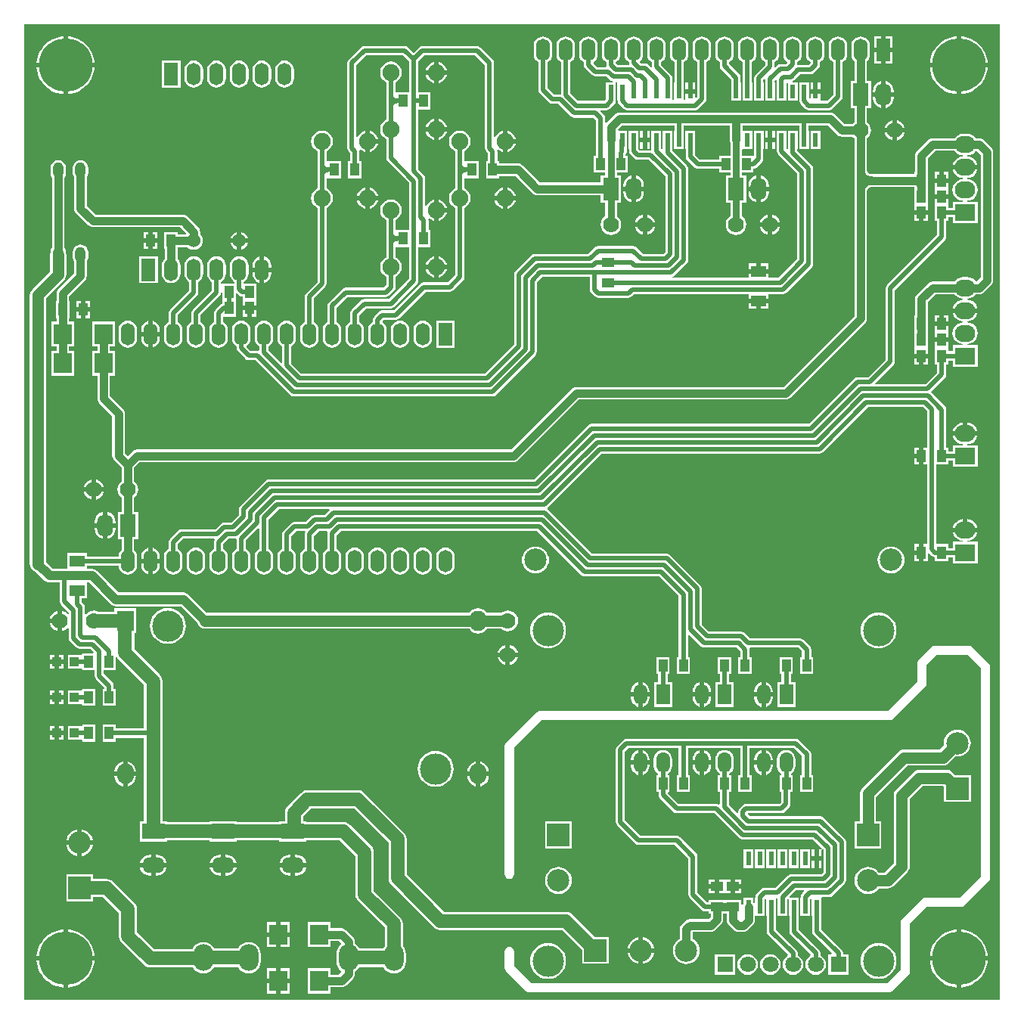
<source format=gbl>
G04*
G04 #@! TF.GenerationSoftware,Altium Limited,Altium Designer,18.0.7 (293)*
G04*
G04 Layer_Physical_Order=2*
G04 Layer_Color=16711680*
%FSLAX25Y25*%
%MOIN*%
G70*
G01*
G75*
%ADD10R,0.08000X0.09055*%
%ADD11R,0.03937X0.05500*%
%ADD12R,0.06500X0.05000*%
%ADD13R,0.05500X0.03937*%
%ADD14R,0.03937X0.03937*%
%ADD15R,0.02362X0.06102*%
%ADD16C,0.03500*%
%ADD17C,0.02000*%
%ADD18C,0.05000*%
%ADD19C,0.04000*%
%ADD20C,0.03000*%
%ADD21C,0.06000*%
%ADD22C,0.09843*%
%ADD23O,0.06142X0.09843*%
%ADD24R,0.06142X0.09843*%
%ADD25C,0.07000*%
%ADD26C,0.06000*%
%ADD27C,0.07087*%
%ADD28R,0.07087X0.07087*%
%ADD29R,0.09843X0.09843*%
%ADD30R,0.09843X0.09843*%
%ADD31C,0.13780*%
%ADD32O,0.09000X0.07500*%
%ADD33R,0.09000X0.07500*%
%ADD34O,0.04724X0.07087*%
%ADD35C,0.07500*%
%ADD36R,0.10000X0.07000*%
%ADD37O,0.10000X0.07000*%
%ADD38R,0.07500X0.09000*%
%ADD39O,0.07500X0.09000*%
%ADD40R,0.06142X0.09843*%
%ADD41O,0.06142X0.09843*%
%ADD42O,0.08661X0.11811*%
%ADD43R,0.06000X0.09000*%
%ADD44O,0.06000X0.09000*%
%ADD45R,0.07000X0.10000*%
%ADD46O,0.07000X0.10000*%
%ADD47C,0.23622*%
G36*
X431541Y1529D02*
X1529D01*
X1529Y431541D01*
X431541D01*
Y1529D01*
D02*
G37*
%LPC*%
G36*
X384195Y426022D02*
X381124D01*
Y421101D01*
X384195D01*
Y426022D01*
D02*
G37*
G36*
X379124D02*
X376054D01*
Y421101D01*
X379124D01*
Y426022D01*
D02*
G37*
G36*
X414386Y426158D02*
Y414386D01*
X426158D01*
X426078Y415396D01*
X425607Y417357D01*
X424836Y419220D01*
X423782Y420939D01*
X422473Y422473D01*
X420939Y423782D01*
X419220Y424836D01*
X417357Y425607D01*
X415396Y426078D01*
X414386Y426158D01*
D02*
G37*
G36*
X412386D02*
X411376Y426078D01*
X409415Y425607D01*
X407552Y424836D01*
X405832Y423782D01*
X404299Y422473D01*
X402989Y420939D01*
X401936Y419220D01*
X401164Y417357D01*
X400693Y415396D01*
X400614Y414386D01*
X412386D01*
Y426158D01*
D02*
G37*
G36*
X20685D02*
Y414386D01*
X32457D01*
X32377Y415396D01*
X31907Y417357D01*
X31135Y419220D01*
X30081Y420939D01*
X28772Y422473D01*
X27239Y423782D01*
X25519Y424836D01*
X23656Y425607D01*
X21695Y426078D01*
X20685Y426158D01*
D02*
G37*
G36*
X18685D02*
X17675Y426078D01*
X15714Y425607D01*
X13851Y424836D01*
X12132Y423782D01*
X10598Y422473D01*
X9289Y420939D01*
X8235Y419220D01*
X7463Y417357D01*
X6993Y415396D01*
X6913Y414386D01*
X18685D01*
Y426158D01*
D02*
G37*
G36*
X384195Y419101D02*
X381124D01*
Y414180D01*
X384195D01*
Y419101D01*
D02*
G37*
G36*
X379124D02*
X376054D01*
Y414180D01*
X379124D01*
Y419101D01*
D02*
G37*
G36*
X350124Y426058D02*
X349062Y425918D01*
X348071Y425507D01*
X347221Y424855D01*
X346568Y424005D01*
X346158Y423014D01*
X346018Y421952D01*
Y418251D01*
X346158Y417188D01*
X346568Y416198D01*
X347221Y415347D01*
X347981Y414764D01*
X348009Y414257D01*
X348005Y414227D01*
X347154Y413376D01*
X342609D01*
X342352Y413563D01*
X342164Y413822D01*
Y414689D01*
X342177Y414695D01*
X343028Y415347D01*
X343680Y416198D01*
X344091Y417188D01*
X344230Y418251D01*
Y421952D01*
X344091Y423014D01*
X343680Y424005D01*
X343028Y424855D01*
X342177Y425507D01*
X341187Y425918D01*
X340124Y426058D01*
X339062Y425918D01*
X338071Y425507D01*
X337221Y424855D01*
X336568Y424005D01*
X336158Y423014D01*
X336018Y421952D01*
Y418251D01*
X336158Y417188D01*
X336568Y416198D01*
X337221Y415347D01*
X337781Y414918D01*
X337825Y414283D01*
X337312Y413770D01*
X334613D01*
X334613Y413770D01*
X333833Y413615D01*
X333171Y413173D01*
X332601Y412602D01*
X332164Y412872D01*
Y414689D01*
X332177Y414695D01*
X333028Y415347D01*
X333680Y416198D01*
X334090Y417188D01*
X334230Y418251D01*
Y421952D01*
X334090Y423014D01*
X333680Y424005D01*
X333028Y424855D01*
X332177Y425507D01*
X331187Y425918D01*
X330124Y426058D01*
X329062Y425918D01*
X328071Y425507D01*
X327221Y424855D01*
X326569Y424005D01*
X326158Y423014D01*
X326018Y421952D01*
Y418251D01*
X326158Y417188D01*
X326569Y416198D01*
X327221Y415347D01*
X328071Y414695D01*
X328085Y414689D01*
Y413599D01*
X323742Y409255D01*
X323300Y408593D01*
X323144Y407813D01*
Y405845D01*
X323002D01*
Y397743D01*
X327365D01*
Y405845D01*
X327223D01*
Y406968D01*
X327707Y407453D01*
X328144Y407183D01*
Y405845D01*
X328002D01*
Y397743D01*
X332365D01*
Y405845D01*
X332223D01*
Y406457D01*
X332644Y406878D01*
X333144Y406671D01*
Y405845D01*
X333002D01*
Y397743D01*
X337365D01*
Y405583D01*
X337684Y405775D01*
X338002Y405583D01*
Y397743D01*
X342365D01*
Y405845D01*
X340263D01*
X340181Y406106D01*
X340180Y406345D01*
X340779Y406746D01*
X343332Y409298D01*
X347999D01*
X348779Y409453D01*
X349441Y409895D01*
X351566Y412021D01*
X351566Y412021D01*
X352008Y412682D01*
X352164Y413463D01*
X352164Y413463D01*
Y414689D01*
X352177Y414695D01*
X353028Y415347D01*
X353680Y416198D01*
X354090Y417188D01*
X354230Y418251D01*
Y421952D01*
X354090Y423014D01*
X353680Y424005D01*
X353028Y424855D01*
X352177Y425507D01*
X351187Y425918D01*
X350124Y426058D01*
D02*
G37*
G36*
X184072Y414822D02*
Y411162D01*
X187731D01*
X187700Y411402D01*
X187221Y412558D01*
X186460Y413550D01*
X185467Y414311D01*
X184312Y414790D01*
X184072Y414822D01*
D02*
G37*
G36*
X182072D02*
X181832Y414790D01*
X180676Y414311D01*
X179684Y413550D01*
X178923Y412558D01*
X178444Y411402D01*
X178413Y411162D01*
X182072D01*
Y414822D01*
D02*
G37*
G36*
Y409162D02*
X178413D01*
X178444Y408922D01*
X178923Y407767D01*
X179684Y406775D01*
X180676Y406013D01*
X181832Y405535D01*
X182072Y405503D01*
Y409162D01*
D02*
G37*
G36*
X187731D02*
X184072D01*
Y405503D01*
X184312Y405535D01*
X185467Y406013D01*
X186460Y406775D01*
X187221Y407767D01*
X187700Y408922D01*
X187731Y409162D01*
D02*
G37*
G36*
X70288Y415391D02*
X62146D01*
Y403549D01*
X70288D01*
Y415391D01*
D02*
G37*
G36*
X116217Y415427D02*
X115154Y415287D01*
X114164Y414877D01*
X113313Y414224D01*
X112661Y413374D01*
X112251Y412383D01*
X112111Y411321D01*
Y407620D01*
X112251Y406557D01*
X112661Y405567D01*
X113313Y404716D01*
X114164Y404064D01*
X115154Y403654D01*
X116217Y403514D01*
X117280Y403654D01*
X118270Y404064D01*
X119120Y404716D01*
X119773Y405567D01*
X120183Y406557D01*
X120323Y407620D01*
Y411321D01*
X120183Y412383D01*
X119773Y413374D01*
X119120Y414224D01*
X118270Y414877D01*
X117280Y415287D01*
X116217Y415427D01*
D02*
G37*
G36*
X106217D02*
X105154Y415287D01*
X104164Y414877D01*
X103314Y414224D01*
X102661Y413374D01*
X102251Y412383D01*
X102111Y411321D01*
Y407620D01*
X102251Y406557D01*
X102661Y405567D01*
X103314Y404716D01*
X104164Y404064D01*
X105154Y403654D01*
X106217Y403514D01*
X107280Y403654D01*
X108270Y404064D01*
X109120Y404716D01*
X109773Y405567D01*
X110183Y406557D01*
X110323Y407620D01*
Y411321D01*
X110183Y412383D01*
X109773Y413374D01*
X109120Y414224D01*
X108270Y414877D01*
X107280Y415287D01*
X106217Y415427D01*
D02*
G37*
G36*
X96217D02*
X95154Y415287D01*
X94164Y414877D01*
X93313Y414224D01*
X92661Y413374D01*
X92251Y412383D01*
X92111Y411321D01*
Y407620D01*
X92251Y406557D01*
X92661Y405567D01*
X93313Y404716D01*
X94164Y404064D01*
X95154Y403654D01*
X96217Y403514D01*
X97280Y403654D01*
X98270Y404064D01*
X99120Y404716D01*
X99773Y405567D01*
X100183Y406557D01*
X100323Y407620D01*
Y411321D01*
X100183Y412383D01*
X99773Y413374D01*
X99120Y414224D01*
X98270Y414877D01*
X97280Y415287D01*
X96217Y415427D01*
D02*
G37*
G36*
X86217D02*
X85154Y415287D01*
X84164Y414877D01*
X83314Y414224D01*
X82661Y413374D01*
X82251Y412383D01*
X82111Y411321D01*
Y407620D01*
X82251Y406557D01*
X82661Y405567D01*
X83314Y404716D01*
X84164Y404064D01*
X85154Y403654D01*
X86217Y403514D01*
X87280Y403654D01*
X88270Y404064D01*
X89120Y404716D01*
X89773Y405567D01*
X90183Y406557D01*
X90323Y407620D01*
Y411321D01*
X90183Y412383D01*
X89773Y413374D01*
X89120Y414224D01*
X88270Y414877D01*
X87280Y415287D01*
X86217Y415427D01*
D02*
G37*
G36*
X76217D02*
X75154Y415287D01*
X74164Y414877D01*
X73313Y414224D01*
X72661Y413374D01*
X72251Y412383D01*
X72111Y411321D01*
Y407620D01*
X72251Y406557D01*
X72661Y405567D01*
X73313Y404716D01*
X74164Y404064D01*
X75154Y403654D01*
X76217Y403514D01*
X77280Y403654D01*
X78270Y404064D01*
X79120Y404716D01*
X79773Y405567D01*
X80183Y406557D01*
X80323Y407620D01*
Y411321D01*
X80183Y412383D01*
X79773Y413374D01*
X79120Y414224D01*
X78270Y414877D01*
X77280Y415287D01*
X76217Y415427D01*
D02*
G37*
G36*
X352365Y405845D02*
X351184D01*
Y402794D01*
X352365D01*
Y405845D01*
D02*
G37*
G36*
X297247D02*
X296065D01*
Y402794D01*
X297247D01*
Y405845D01*
D02*
G37*
G36*
X349184D02*
X348002D01*
Y402794D01*
X349184D01*
Y405845D01*
D02*
G37*
G36*
X294065D02*
X292884D01*
Y402794D01*
X294065D01*
Y405845D01*
D02*
G37*
G36*
X381124Y406323D02*
Y401416D01*
X384663D01*
Y401916D01*
X384509Y403091D01*
X384055Y404185D01*
X383334Y405126D01*
X382394Y405847D01*
X381299Y406300D01*
X381124Y406323D01*
D02*
G37*
G36*
X379124D02*
X378950Y406300D01*
X377855Y405847D01*
X376915Y405126D01*
X376194Y404185D01*
X375740Y403091D01*
X375586Y401916D01*
Y401416D01*
X379124D01*
Y406323D01*
D02*
G37*
G36*
X426158Y412386D02*
X414386D01*
Y400614D01*
X415396Y400693D01*
X417357Y401164D01*
X419220Y401936D01*
X420939Y402989D01*
X422473Y404299D01*
X423782Y405832D01*
X424836Y407552D01*
X425607Y409415D01*
X426078Y411376D01*
X426158Y412386D01*
D02*
G37*
G36*
X412386D02*
X400614D01*
X400693Y411376D01*
X401164Y409415D01*
X401936Y407552D01*
X402989Y405832D01*
X404299Y404299D01*
X405832Y402989D01*
X407552Y401936D01*
X409415Y401164D01*
X411376Y400693D01*
X412386Y400614D01*
Y412386D01*
D02*
G37*
G36*
X32457D02*
X20685D01*
Y400614D01*
X21695Y400693D01*
X23656Y401164D01*
X25519Y401936D01*
X27239Y402989D01*
X28772Y404299D01*
X30081Y405832D01*
X31135Y407552D01*
X31907Y409415D01*
X32377Y411376D01*
X32457Y412386D01*
D02*
G37*
G36*
X18685D02*
X6913D01*
X6993Y411376D01*
X7463Y409415D01*
X8235Y407552D01*
X9289Y405832D01*
X10598Y404299D01*
X12132Y402989D01*
X13851Y401936D01*
X15714Y401164D01*
X17675Y400693D01*
X18685Y400614D01*
Y412386D01*
D02*
G37*
G36*
X320124Y426058D02*
X319062Y425918D01*
X318071Y425507D01*
X317221Y424855D01*
X316568Y424005D01*
X316158Y423014D01*
X316018Y421952D01*
Y418251D01*
X316158Y417188D01*
X316568Y416198D01*
X317221Y415347D01*
X318071Y414695D01*
X318144Y414665D01*
Y405845D01*
X318002D01*
Y397743D01*
X322365D01*
Y405845D01*
X322223D01*
Y414730D01*
X323028Y415347D01*
X323680Y416198D01*
X324091Y417188D01*
X324230Y418251D01*
Y421952D01*
X324091Y423014D01*
X323680Y424005D01*
X323028Y424855D01*
X322177Y425507D01*
X321187Y425918D01*
X320124Y426058D01*
D02*
G37*
G36*
X310124D02*
X309062Y425918D01*
X308071Y425507D01*
X307221Y424855D01*
X306569Y424005D01*
X306158Y423014D01*
X306018Y421952D01*
Y418251D01*
X306158Y417188D01*
X306569Y416198D01*
X307221Y415347D01*
X308071Y414695D01*
X308085Y414689D01*
Y412991D01*
X308241Y412211D01*
X308682Y411550D01*
X313144Y407088D01*
Y405845D01*
X313002D01*
Y397743D01*
X317365D01*
Y405845D01*
X317223D01*
Y407932D01*
X317067Y408713D01*
X316625Y409374D01*
X312164Y413836D01*
Y414689D01*
X312177Y414695D01*
X313028Y415347D01*
X313680Y416198D01*
X314090Y417188D01*
X314230Y418251D01*
Y421952D01*
X314090Y423014D01*
X313680Y424005D01*
X313028Y424855D01*
X312177Y425507D01*
X311187Y425918D01*
X310124Y426058D01*
D02*
G37*
G36*
X360124D02*
X359062Y425918D01*
X358071Y425507D01*
X357221Y424855D01*
X356569Y424005D01*
X356158Y423014D01*
X356018Y421952D01*
Y418251D01*
X356158Y417188D01*
X356569Y416198D01*
X357221Y415347D01*
X358071Y414695D01*
X358085Y414689D01*
Y400287D01*
X355422Y397624D01*
X352816D01*
X352365Y397743D01*
X352365Y398125D01*
Y400794D01*
X350184D01*
X348002D01*
Y398872D01*
X347502Y398604D01*
X347365Y398696D01*
Y405845D01*
X343002D01*
Y397743D01*
X343144D01*
Y397647D01*
X343300Y396867D01*
X343742Y396205D01*
X345804Y394143D01*
X346465Y393701D01*
X347246Y393546D01*
X347246Y393546D01*
X356267D01*
X357047Y393701D01*
X357709Y394143D01*
X361566Y398001D01*
X362008Y398662D01*
X362164Y399443D01*
X362164Y399443D01*
Y414689D01*
X362177Y414695D01*
X363028Y415347D01*
X363680Y416198D01*
X364090Y417188D01*
X364230Y418251D01*
Y421952D01*
X364090Y423014D01*
X363680Y424005D01*
X363028Y424855D01*
X362177Y425507D01*
X361187Y425918D01*
X360124Y426058D01*
D02*
G37*
G36*
X384663Y399416D02*
X381124D01*
Y394509D01*
X381299Y394532D01*
X382394Y394985D01*
X383334Y395707D01*
X384055Y396647D01*
X384509Y397741D01*
X384663Y398916D01*
Y399416D01*
D02*
G37*
G36*
X379124D02*
X375586D01*
Y398916D01*
X375740Y397741D01*
X376194Y396647D01*
X376915Y395707D01*
X377855Y394985D01*
X378950Y394532D01*
X379124Y394509D01*
Y399416D01*
D02*
G37*
G36*
X370124Y426058D02*
X369062Y425918D01*
X368071Y425507D01*
X367221Y424855D01*
X366568Y424005D01*
X366158Y423014D01*
X366018Y421952D01*
Y418251D01*
X366158Y417188D01*
X366568Y416198D01*
X367221Y415347D01*
X367351Y415248D01*
Y406416D01*
X365624D01*
Y394416D01*
X367351D01*
Y388212D01*
X366915Y387877D01*
X366581Y387442D01*
X362948D01*
X358744Y391645D01*
X358170Y392086D01*
X357501Y392363D01*
X356783Y392457D01*
X263747D01*
X263029Y392363D01*
X262360Y392086D01*
X261786Y391645D01*
X258105Y387964D01*
X258102Y387964D01*
X257605Y388134D01*
Y389988D01*
X257450Y390768D01*
X257007Y391429D01*
X255353Y393084D01*
X255544Y393546D01*
X258003D01*
X258784Y393701D01*
X259445Y394143D01*
X261507Y396205D01*
X261949Y396867D01*
X262037Y397308D01*
X262246Y397743D01*
X262246Y397743D01*
X262246Y397743D01*
Y405798D01*
X262246Y405845D01*
X262308Y406088D01*
X262504D01*
X262884Y405613D01*
Y397743D01*
X263026D01*
Y397647D01*
X263181Y396867D01*
X263623Y396205D01*
X265686Y394143D01*
X266347Y393701D01*
X267127Y393546D01*
X267127Y393546D01*
X297212D01*
X297992Y393701D01*
X298654Y394143D01*
X301566Y397056D01*
X301566Y397056D01*
X302008Y397717D01*
X302164Y398498D01*
Y414689D01*
X302177Y414695D01*
X303028Y415347D01*
X303680Y416198D01*
X304090Y417188D01*
X304230Y418251D01*
Y421952D01*
X304090Y423014D01*
X303680Y424005D01*
X303028Y424855D01*
X302177Y425507D01*
X301187Y425918D01*
X300124Y426058D01*
X299062Y425918D01*
X298071Y425507D01*
X297221Y424855D01*
X296568Y424005D01*
X296158Y423014D01*
X296018Y421952D01*
Y418251D01*
X296158Y417188D01*
X296568Y416198D01*
X297221Y415347D01*
X298071Y414695D01*
X298085Y414689D01*
Y399342D01*
X297708Y398966D01*
X297247Y399157D01*
Y400794D01*
X295065D01*
X292884D01*
Y398149D01*
X292565Y397963D01*
X292247Y398149D01*
Y405845D01*
X292105D01*
Y414665D01*
X292177Y414695D01*
X293028Y415347D01*
X293680Y416198D01*
X294091Y417188D01*
X294230Y418251D01*
Y421952D01*
X294091Y423014D01*
X293680Y424005D01*
X293028Y424855D01*
X292177Y425507D01*
X291187Y425918D01*
X290124Y426058D01*
X289062Y425918D01*
X288071Y425507D01*
X287221Y424855D01*
X286568Y424005D01*
X286158Y423014D01*
X286018Y421952D01*
Y418251D01*
X286158Y417188D01*
X286568Y416198D01*
X287221Y415347D01*
X288026Y414730D01*
Y405845D01*
X287884D01*
Y398149D01*
X287565Y397963D01*
X287246Y398149D01*
Y405845D01*
X287105D01*
Y407813D01*
X286949Y408593D01*
X286507Y409255D01*
X286507Y409255D01*
X282164Y413599D01*
Y414689D01*
X282177Y414695D01*
X283028Y415347D01*
X283680Y416198D01*
X284090Y417188D01*
X284230Y418251D01*
Y421952D01*
X284090Y423014D01*
X283680Y424005D01*
X283028Y424855D01*
X282177Y425507D01*
X281187Y425918D01*
X280124Y426058D01*
X279062Y425918D01*
X278071Y425507D01*
X277221Y424855D01*
X276569Y424005D01*
X276158Y423014D01*
X276018Y421952D01*
Y418251D01*
X276158Y417188D01*
X276569Y416198D01*
X277221Y415347D01*
X278071Y414695D01*
X278085Y414689D01*
Y412795D01*
X277991Y412715D01*
X277614Y412559D01*
X276606Y413567D01*
X275945Y414009D01*
X275164Y414164D01*
X273253D01*
X272754Y414663D01*
X272786Y415162D01*
X273028Y415347D01*
X273680Y416198D01*
X274091Y417188D01*
X274230Y418251D01*
Y421952D01*
X274091Y423014D01*
X273680Y424005D01*
X273028Y424855D01*
X272177Y425507D01*
X271187Y425918D01*
X270124Y426058D01*
X269062Y425918D01*
X268071Y425507D01*
X267221Y424855D01*
X266568Y424005D01*
X266158Y423014D01*
X266018Y421952D01*
Y418251D01*
X266158Y417188D01*
X266568Y416198D01*
X267221Y415347D01*
X268071Y414695D01*
X268085Y414689D01*
Y414409D01*
X268191Y413876D01*
X267876Y413410D01*
X267820Y413376D01*
X263094D01*
X262244Y414227D01*
X262239Y414257D01*
X262268Y414764D01*
X263028Y415347D01*
X263680Y416198D01*
X264090Y417188D01*
X264230Y418251D01*
Y421952D01*
X264090Y423014D01*
X263680Y424005D01*
X263028Y424855D01*
X262177Y425507D01*
X261187Y425918D01*
X260124Y426058D01*
X259062Y425918D01*
X258071Y425507D01*
X257221Y424855D01*
X256569Y424005D01*
X256158Y423014D01*
X256018Y421952D01*
Y418251D01*
X256158Y417188D01*
X256569Y416198D01*
X257221Y415347D01*
X258071Y414695D01*
X258085Y414689D01*
Y413463D01*
X258159Y413089D01*
X257749Y412589D01*
X253962D01*
X252324Y414227D01*
X252304Y414291D01*
X252335Y414816D01*
X253028Y415347D01*
X253680Y416198D01*
X254090Y417188D01*
X254230Y418251D01*
Y421952D01*
X254090Y423014D01*
X253680Y424005D01*
X253028Y424855D01*
X252177Y425507D01*
X251187Y425918D01*
X250124Y426058D01*
X249062Y425918D01*
X248071Y425507D01*
X247221Y424855D01*
X246568Y424005D01*
X246158Y423014D01*
X246018Y421952D01*
Y418251D01*
X246158Y417188D01*
X246568Y416198D01*
X247221Y415347D01*
X248071Y414695D01*
X248085Y414689D01*
Y413543D01*
X248240Y412762D01*
X248682Y412101D01*
X251675Y409108D01*
X251675Y409108D01*
X252337Y408666D01*
X253117Y408511D01*
X253117Y408511D01*
X257950D01*
X259565Y406895D01*
X260227Y406453D01*
X260770Y406345D01*
X260720Y405845D01*
X257884D01*
Y398350D01*
X257159Y397624D01*
X245548D01*
X242164Y401009D01*
Y414689D01*
X242177Y414695D01*
X243028Y415347D01*
X243680Y416198D01*
X244091Y417188D01*
X244230Y418251D01*
Y421952D01*
X244091Y423014D01*
X243680Y424005D01*
X243028Y424855D01*
X242177Y425507D01*
X241187Y425918D01*
X240124Y426058D01*
X239062Y425918D01*
X238071Y425507D01*
X237221Y424855D01*
X236568Y424005D01*
X236158Y423014D01*
X236018Y421952D01*
Y418251D01*
X236158Y417188D01*
X236568Y416198D01*
X237221Y415347D01*
X238071Y414695D01*
X238085Y414689D01*
Y400699D01*
X237701Y400384D01*
X235064D01*
X232164Y403285D01*
Y414689D01*
X232177Y414695D01*
X233028Y415347D01*
X233680Y416198D01*
X234090Y417188D01*
X234230Y418251D01*
Y421952D01*
X234090Y423014D01*
X233680Y424005D01*
X233028Y424855D01*
X232177Y425507D01*
X231187Y425918D01*
X230124Y426058D01*
X229062Y425918D01*
X228071Y425507D01*
X227221Y424855D01*
X226569Y424005D01*
X226158Y423014D01*
X226018Y421952D01*
Y418251D01*
X226158Y417188D01*
X226569Y416198D01*
X227221Y415347D01*
X228071Y414695D01*
X228085Y414689D01*
Y402440D01*
X228240Y401660D01*
X228682Y400998D01*
X232778Y396903D01*
X233439Y396461D01*
X234220Y396306D01*
X236857D01*
X242327Y390835D01*
X242989Y390393D01*
X243769Y390238D01*
X243769Y390238D01*
X252431D01*
X253526Y389143D01*
Y373458D01*
X252597D01*
Y365957D01*
X257516D01*
Y364881D01*
X255565D01*
Y361654D01*
X228734D01*
X221117Y369271D01*
X220543Y369712D01*
X219874Y369989D01*
X219156Y370084D01*
X210893D01*
Y371060D01*
X209963D01*
Y375463D01*
X209873Y375917D01*
X210327Y376199D01*
X211029Y375661D01*
X212184Y375182D01*
X212424Y375150D01*
Y379810D01*
Y384469D01*
X212184Y384438D01*
X211029Y383959D01*
X210036Y383198D01*
X209275Y382205D01*
X209108Y381803D01*
X208608Y381902D01*
Y414364D01*
X208608Y414364D01*
X208453Y415144D01*
X208011Y415806D01*
X208011Y415806D01*
X202544Y421273D01*
X201883Y421715D01*
X201102Y421870D01*
X176903D01*
X176122Y421715D01*
X175461Y421273D01*
X173072Y418884D01*
X170683Y421273D01*
X170022Y421715D01*
X169241Y421870D01*
X151331D01*
X151331Y421870D01*
X150550Y421715D01*
X149889Y421273D01*
X149889Y421273D01*
X144422Y415806D01*
X143980Y415144D01*
X143825Y414364D01*
Y376818D01*
X143980Y376038D01*
X144422Y375377D01*
X145180Y374619D01*
Y371060D01*
X144251D01*
Y363560D01*
X150188D01*
Y371060D01*
X149258D01*
Y375463D01*
X149168Y375917D01*
X149622Y376199D01*
X150323Y375661D01*
X151479Y375182D01*
X151719Y375150D01*
Y379810D01*
Y384469D01*
X151479Y384438D01*
X150323Y383959D01*
X149331Y383198D01*
X148570Y382205D01*
X148403Y381803D01*
X147903Y381902D01*
Y413519D01*
X152175Y417792D01*
X168396D01*
X171033Y415155D01*
Y401412D01*
X165604D01*
Y401412D01*
X165111Y401431D01*
Y405866D01*
X165467Y406013D01*
X166460Y406775D01*
X167221Y407767D01*
X167700Y408922D01*
X167863Y410162D01*
X167700Y411402D01*
X167221Y412558D01*
X166460Y413550D01*
X165467Y414311D01*
X164312Y414790D01*
X163072Y414953D01*
X161832Y414790D01*
X160676Y414311D01*
X159684Y413550D01*
X158923Y412558D01*
X158444Y411402D01*
X158281Y410162D01*
X158444Y408922D01*
X158923Y407767D01*
X159684Y406775D01*
X160676Y406013D01*
X161033Y405866D01*
Y397662D01*
Y389459D01*
X160676Y389312D01*
X159684Y388550D01*
X158923Y387558D01*
X158444Y386402D01*
X158281Y385162D01*
X158444Y383922D01*
X158923Y382767D01*
X159684Y381775D01*
X160676Y381013D01*
X161033Y380866D01*
Y372395D01*
X161188Y371614D01*
X161630Y370953D01*
X171178Y361405D01*
Y340707D01*
X165604D01*
Y340707D01*
X165111Y340725D01*
Y345161D01*
X165467Y345308D01*
X166460Y346070D01*
X167221Y347062D01*
X167700Y348217D01*
X167863Y349457D01*
X167700Y350697D01*
X167221Y351853D01*
X166460Y352845D01*
X165467Y353607D01*
X164312Y354085D01*
X163072Y354248D01*
X161832Y354085D01*
X160676Y353607D01*
X159684Y352845D01*
X158923Y351853D01*
X158444Y350697D01*
X158281Y349457D01*
X158444Y348217D01*
X158923Y347062D01*
X159684Y346070D01*
X160676Y345308D01*
X161033Y345161D01*
Y336957D01*
Y328754D01*
X160676Y328607D01*
X159684Y327845D01*
X158923Y326853D01*
X158444Y325697D01*
X158281Y324457D01*
X158444Y323217D01*
X158923Y322062D01*
X159684Y321070D01*
X160676Y320308D01*
X161033Y320161D01*
Y316449D01*
X159872Y315289D01*
X143059D01*
X142278Y315134D01*
X141617Y314692D01*
X135677Y308752D01*
X135235Y308091D01*
X135080Y307311D01*
Y300261D01*
X135066Y300255D01*
X134216Y299603D01*
X133563Y298752D01*
X133153Y297762D01*
X133013Y296699D01*
Y292998D01*
X133153Y291936D01*
X133563Y290945D01*
X134216Y290095D01*
X135066Y289442D01*
X136057Y289032D01*
X137119Y288892D01*
X138182Y289032D01*
X139172Y289442D01*
X140023Y290095D01*
X140675Y290945D01*
X141085Y291936D01*
X141225Y292998D01*
Y296699D01*
X141085Y297762D01*
X140675Y298752D01*
X140023Y299603D01*
X139172Y300255D01*
X139158Y300261D01*
Y306466D01*
X143903Y311211D01*
X160717D01*
X161497Y311366D01*
X162159Y311808D01*
X164514Y314163D01*
X164956Y314825D01*
X165111Y315605D01*
Y320161D01*
X165467Y320308D01*
X166460Y321070D01*
X167221Y322062D01*
X167700Y323217D01*
X167863Y324457D01*
X167700Y325697D01*
X167221Y326853D01*
X166460Y327845D01*
X165467Y328607D01*
X165111Y328754D01*
Y333189D01*
X165604Y333207D01*
Y333207D01*
X171178D01*
Y319368D01*
X162099Y310289D01*
X151291D01*
X150511Y310134D01*
X149849Y309692D01*
X145677Y305520D01*
X145235Y304858D01*
X145080Y304078D01*
Y300261D01*
X145066Y300255D01*
X144216Y299603D01*
X143563Y298752D01*
X143153Y297762D01*
X143013Y296699D01*
Y292998D01*
X143153Y291936D01*
X143563Y290945D01*
X144216Y290095D01*
X145066Y289442D01*
X146057Y289032D01*
X147119Y288892D01*
X148182Y289032D01*
X149172Y289442D01*
X150023Y290095D01*
X150675Y290945D01*
X151085Y291936D01*
X151225Y292998D01*
Y296699D01*
X151085Y297762D01*
X150675Y298752D01*
X150023Y299603D01*
X149172Y300255D01*
X149159Y300261D01*
Y303233D01*
X152136Y306211D01*
X162943D01*
X163724Y306366D01*
X164385Y306808D01*
X174659Y317081D01*
X175101Y317743D01*
X175256Y318523D01*
Y333207D01*
X180541D01*
Y340707D01*
X179611D01*
Y345111D01*
X179521Y345565D01*
X179975Y345847D01*
X180676Y345308D01*
X181832Y344830D01*
X182072Y344798D01*
Y349457D01*
Y354117D01*
X181832Y354085D01*
X180676Y353607D01*
X179684Y352845D01*
X178923Y351853D01*
X178756Y351450D01*
X178256Y351550D01*
Y363492D01*
X178256Y363492D01*
X178101Y364273D01*
X177659Y364934D01*
X177659Y364934D01*
X175111Y367482D01*
Y393912D01*
X180541D01*
Y401412D01*
X175111D01*
Y415155D01*
X177747Y417792D01*
X200258D01*
X204530Y413519D01*
Y376818D01*
X204685Y376038D01*
X205127Y375377D01*
X205885Y374619D01*
Y371060D01*
X204956D01*
Y363560D01*
X210893D01*
Y364536D01*
X218007D01*
X225624Y356919D01*
X226199Y356479D01*
X226868Y356202D01*
X227585Y356107D01*
X255565D01*
Y352881D01*
X257516D01*
Y346849D01*
X256856Y346342D01*
X256135Y345402D01*
X255681Y344307D01*
X255526Y343133D01*
X255681Y341958D01*
X256135Y340863D01*
X256856Y339923D01*
X257796Y339202D01*
X258891Y338749D01*
X260065Y338594D01*
X261240Y338749D01*
X262335Y339202D01*
X263275Y339923D01*
X263996Y340863D01*
X264450Y341958D01*
X264604Y343133D01*
X264450Y344307D01*
X263996Y345402D01*
X263275Y346342D01*
X262614Y346849D01*
Y352881D01*
X264565D01*
Y364881D01*
X262614D01*
Y365957D01*
X267534D01*
Y373458D01*
X266605D01*
Y374022D01*
X266812Y374332D01*
X266968Y375113D01*
Y376483D01*
X267247D01*
Y384585D01*
X263279D01*
X263071Y385085D01*
X264896Y386910D01*
X288026D01*
Y384585D01*
X287884D01*
Y376483D01*
X292247D01*
Y384585D01*
X292105D01*
Y386910D01*
X312410D01*
Y380534D01*
X312504Y379816D01*
X312634Y379502D01*
Y373458D01*
X307715D01*
Y371747D01*
X299238D01*
X297105Y373880D01*
Y376483D01*
X297247D01*
Y384585D01*
X292884D01*
Y376483D01*
X293026D01*
Y373035D01*
X293181Y372255D01*
X293623Y371593D01*
X296951Y368266D01*
X297613Y367824D01*
X298393Y367668D01*
X307715D01*
Y365957D01*
X312634D01*
Y364881D01*
X310683D01*
Y352881D01*
X312634D01*
Y346849D01*
X311974Y346342D01*
X311253Y345402D01*
X310799Y344307D01*
X310645Y343133D01*
X310799Y341958D01*
X311253Y340863D01*
X311974Y339923D01*
X312914Y339202D01*
X314009Y338749D01*
X315183Y338594D01*
X316358Y338749D01*
X317453Y339202D01*
X318393Y339923D01*
X319114Y340863D01*
X319568Y341958D01*
X319722Y343133D01*
X319568Y344307D01*
X319114Y345402D01*
X318393Y346342D01*
X317733Y346849D01*
Y352881D01*
X319684D01*
Y364881D01*
X317733D01*
Y365957D01*
X322652D01*
Y367668D01*
X322802D01*
X323583Y367824D01*
X324244Y368266D01*
X326625Y370647D01*
X327067Y371308D01*
X327223Y372089D01*
Y376483D01*
X327365D01*
Y384585D01*
X323002D01*
Y376483D01*
X323144D01*
Y373476D01*
X322652Y373458D01*
Y373458D01*
X317733D01*
Y376095D01*
X318002Y376483D01*
X318232Y376483D01*
X322365D01*
Y384585D01*
X318002Y384585D01*
X317957Y385067D01*
Y386910D01*
X343144D01*
Y384585D01*
X343002D01*
Y376483D01*
X347365D01*
Y384585D01*
X347223D01*
Y386910D01*
X355634D01*
X359837Y382707D01*
X360412Y382266D01*
X361081Y381989D01*
X361799Y381894D01*
X366581D01*
X366915Y381459D01*
X367351Y381124D01*
Y362563D01*
Y302806D01*
X336068Y271523D01*
X244717D01*
X243999Y271429D01*
X243330Y271152D01*
X242756Y270711D01*
X216068Y244023D01*
X51217D01*
X50499Y243929D01*
X49830Y243652D01*
X49255Y243211D01*
X47119Y241075D01*
X45796Y242399D01*
Y259761D01*
X45701Y260479D01*
X45424Y261148D01*
X44983Y261723D01*
X39208Y267498D01*
Y276526D01*
X41434D01*
Y287581D01*
X39208D01*
Y289321D01*
X41434D01*
Y300376D01*
X31434D01*
Y289321D01*
X33661D01*
Y287581D01*
X31434D01*
Y276526D01*
X33661D01*
Y266349D01*
X33755Y265631D01*
X34032Y264962D01*
X34473Y264387D01*
X40248Y258612D01*
Y241250D01*
X40343Y240532D01*
X40620Y239863D01*
X41060Y239288D01*
X44346Y236003D01*
Y229889D01*
X43910Y229554D01*
X43189Y228614D01*
X42735Y227520D01*
X42581Y226345D01*
X42735Y225170D01*
X43189Y224076D01*
X43910Y223135D01*
X44346Y222801D01*
Y216597D01*
X42619D01*
Y204597D01*
X44346D01*
Y199702D01*
X44216Y199603D01*
X43563Y198752D01*
X43153Y197762D01*
X43038Y196888D01*
X28946D01*
Y198349D01*
X20446D01*
Y191375D01*
X13932D01*
X11000Y194308D01*
Y310540D01*
X18915Y318456D01*
X19477Y319187D01*
X19829Y320039D01*
X19950Y320952D01*
X19950Y320952D01*
Y329767D01*
X19829Y330681D01*
X19811Y330726D01*
Y330949D01*
X19695Y331826D01*
X19356Y332644D01*
X19193Y332857D01*
Y363911D01*
X19356Y364123D01*
X19695Y364941D01*
X19811Y365819D01*
Y368181D01*
X19695Y369059D01*
X19356Y369877D01*
X18817Y370579D01*
X18115Y371118D01*
X17297Y371457D01*
X16419Y371572D01*
X15542Y371457D01*
X14724Y371118D01*
X14021Y370579D01*
X13482Y369877D01*
X13144Y369059D01*
X13028Y368181D01*
Y365819D01*
X13144Y364941D01*
X13482Y364123D01*
X13645Y363911D01*
Y332857D01*
X13482Y332644D01*
X13144Y331826D01*
X13028Y330949D01*
Y330726D01*
X13009Y330681D01*
X12889Y329767D01*
Y322414D01*
X4973Y314499D01*
X4412Y313768D01*
X4060Y312916D01*
X3939Y312002D01*
Y193559D01*
X4060Y192645D01*
X4412Y191794D01*
X4973Y191062D01*
X5704Y190501D01*
X6556Y190149D01*
X6607Y190142D01*
X10539Y186209D01*
X11166Y185729D01*
X11896Y185426D01*
X12679Y185323D01*
X17133D01*
Y177023D01*
X17288Y176242D01*
X17730Y175581D01*
X21094Y172217D01*
Y171571D01*
X20620Y171411D01*
X20405Y171690D01*
X19466Y172412D01*
X18371Y172865D01*
X18196Y172888D01*
Y168481D01*
X17196D01*
D01*
X18196D01*
Y164074D01*
X18371Y164097D01*
X19466Y164550D01*
X20405Y165271D01*
X20620Y165551D01*
X21094Y165390D01*
Y160929D01*
X21249Y160149D01*
X21691Y159487D01*
X24447Y156731D01*
X25108Y156289D01*
X25889Y156134D01*
X30617D01*
X32024Y154727D01*
X31817Y154227D01*
X26957D01*
Y153712D01*
X26567Y153445D01*
X20630D01*
Y147508D01*
X26567D01*
X26957Y147242D01*
Y146727D01*
X32511D01*
Y144259D01*
X32666Y143479D01*
X33108Y142817D01*
X36836Y139089D01*
Y138479D01*
X35957D01*
Y130979D01*
X41894D01*
Y138479D01*
X40914D01*
Y139934D01*
X40759Y140714D01*
X40317Y141376D01*
X36589Y145104D01*
Y146727D01*
X41894D01*
Y152279D01*
X42394Y152379D01*
X42443Y152261D01*
X43084Y151425D01*
X54252Y140257D01*
Y121020D01*
X41894D01*
Y122731D01*
X35957D01*
Y115231D01*
X41894D01*
Y116942D01*
X54252D01*
Y80253D01*
X52326D01*
Y71253D01*
X64326D01*
Y71718D01*
X83114D01*
Y71253D01*
X95114D01*
Y71718D01*
X113902D01*
Y71253D01*
X125902D01*
Y71718D01*
X140508D01*
X147432Y64794D01*
Y47906D01*
X147432Y47906D01*
X147570Y46862D01*
X147973Y45889D01*
X148614Y45053D01*
X160331Y33336D01*
Y24997D01*
X159748Y24237D01*
X159653Y24009D01*
X149155D01*
X149060Y24237D01*
X148206Y25351D01*
X147139Y26169D01*
Y27110D01*
X147044Y27828D01*
X146767Y28497D01*
X146326Y29071D01*
X143262Y32135D01*
X142688Y32576D01*
X142019Y32853D01*
X141301Y32948D01*
X136341D01*
Y35702D01*
X126341D01*
Y24646D01*
X136341D01*
Y27400D01*
X140152D01*
X141239Y26313D01*
X141206Y25814D01*
X140602Y25351D01*
X139748Y24237D01*
X139210Y22940D01*
X139027Y21549D01*
Y18399D01*
X139210Y17008D01*
X139748Y15711D01*
X140602Y14597D01*
X141222Y14121D01*
X141255Y13622D01*
X140191Y12558D01*
X136341D01*
Y15302D01*
X126341D01*
Y4247D01*
X136341D01*
Y7011D01*
X141340D01*
X142058Y7105D01*
X142727Y7382D01*
X143301Y7823D01*
X146365Y10887D01*
X146806Y11462D01*
X147083Y12131D01*
X147178Y12849D01*
Y13808D01*
X148206Y14597D01*
X149060Y15711D01*
X149155Y15939D01*
X159653D01*
X159748Y15711D01*
X160602Y14597D01*
X161716Y13743D01*
X163012Y13206D01*
X164404Y13023D01*
X165796Y13206D01*
X167092Y13743D01*
X168206Y14597D01*
X169060Y15711D01*
X169597Y17008D01*
X169781Y18399D01*
Y21549D01*
X169597Y22940D01*
X169060Y24237D01*
X168400Y25098D01*
Y35007D01*
X168262Y36051D01*
X167859Y37025D01*
X167218Y37860D01*
X155501Y49577D01*
Y66465D01*
X155501Y66465D01*
X155364Y67509D01*
X154961Y68482D01*
X154320Y69318D01*
X154319Y69318D01*
X145032Y78605D01*
X144196Y79247D01*
X143223Y79650D01*
X142179Y79787D01*
X142179Y79787D01*
X125902D01*
Y80253D01*
X124399D01*
Y82154D01*
X127941Y85696D01*
X146923D01*
X161999Y70620D01*
Y55085D01*
X161999Y55085D01*
X162136Y54040D01*
X162540Y53067D01*
X163181Y52232D01*
X182078Y33334D01*
X182078Y33334D01*
X182914Y32693D01*
X183887Y32290D01*
X184931Y32153D01*
X238582D01*
X247353Y23382D01*
Y17285D01*
X259195D01*
Y29128D01*
X253018D01*
X243106Y39040D01*
X242271Y39681D01*
X241298Y40084D01*
X240253Y40222D01*
X240253Y40222D01*
X186602D01*
X170068Y56756D01*
Y72291D01*
X169931Y73336D01*
X169528Y74309D01*
X168886Y75144D01*
X151447Y92583D01*
X150612Y93224D01*
X149639Y93627D01*
X148594Y93765D01*
X148594Y93765D01*
X126270D01*
X125226Y93627D01*
X124252Y93224D01*
X123417Y92583D01*
X123417Y92583D01*
X117511Y86678D01*
X116870Y85842D01*
X116467Y84869D01*
X116330Y83825D01*
X116330Y83825D01*
Y80253D01*
X113902D01*
Y79787D01*
X95114D01*
Y80253D01*
X83114D01*
Y79787D01*
X64326D01*
Y80253D01*
X62321D01*
Y118981D01*
Y141928D01*
X62321Y141928D01*
X62184Y142972D01*
X61781Y143946D01*
X61140Y144781D01*
X61140Y144781D01*
X49971Y155949D01*
Y162981D01*
X50726D01*
Y173981D01*
X41226D01*
Y172515D01*
X34215D01*
X33371Y172865D01*
X32196Y173020D01*
X31021Y172865D01*
X29927Y172412D01*
X28987Y171690D01*
X28722Y171346D01*
X28222Y171515D01*
Y174304D01*
X28067Y175085D01*
X27625Y175746D01*
X26735Y176636D01*
Y178349D01*
X28946D01*
Y185323D01*
X30077D01*
X39620Y175780D01*
X39620Y175780D01*
X40247Y175299D01*
X40977Y174997D01*
X41760Y174893D01*
X41760Y174893D01*
X70467D01*
X77742Y167618D01*
X77749Y167567D01*
X78102Y166716D01*
X78663Y165985D01*
X79394Y165424D01*
X80246Y165071D01*
X81159Y164951D01*
X197618D01*
X198084Y164343D01*
X199076Y163582D01*
X200232Y163103D01*
X201472Y162940D01*
X202712Y163103D01*
X203867Y163582D01*
X204859Y164343D01*
X205326Y164951D01*
X211810D01*
X212332Y164550D01*
X213426Y164097D01*
X214601Y163942D01*
X215776Y164097D01*
X216871Y164550D01*
X217811Y165271D01*
X218532Y166211D01*
X218985Y167306D01*
X219140Y168481D01*
X218985Y169656D01*
X218532Y170750D01*
X217811Y171690D01*
X216871Y172412D01*
X215776Y172865D01*
X214601Y173020D01*
X213426Y172865D01*
X212332Y172412D01*
X211810Y172011D01*
X205326D01*
X204859Y172619D01*
X203867Y173380D01*
X202712Y173859D01*
X201472Y174022D01*
X200232Y173859D01*
X199076Y173380D01*
X198084Y172619D01*
X197618Y172011D01*
X81908D01*
X73860Y180059D01*
X73233Y180540D01*
X72504Y180842D01*
X71721Y180945D01*
X43013D01*
X33470Y190489D01*
X32843Y190970D01*
X32114Y191272D01*
X31330Y191375D01*
X28946D01*
Y192810D01*
X43038D01*
X43153Y191936D01*
X43563Y190945D01*
X44216Y190095D01*
X45066Y189443D01*
X46057Y189032D01*
X47119Y188892D01*
X48182Y189032D01*
X49172Y189443D01*
X50023Y190095D01*
X50675Y190945D01*
X51085Y191936D01*
X51225Y192998D01*
Y196699D01*
X51085Y197762D01*
X50675Y198752D01*
X50023Y199603D01*
X49893Y199702D01*
Y204597D01*
X51619D01*
Y216597D01*
X49893D01*
Y222801D01*
X50329Y223135D01*
X51050Y224076D01*
X51503Y225170D01*
X51658Y226345D01*
X51503Y227520D01*
X51050Y228614D01*
X50329Y229554D01*
X49893Y229889D01*
Y236003D01*
X52366Y238476D01*
X217217D01*
X217935Y238571D01*
X218604Y238848D01*
X219178Y239288D01*
X245866Y265976D01*
X337217D01*
X337935Y266071D01*
X338604Y266348D01*
X339178Y266789D01*
X372086Y299696D01*
X372527Y300271D01*
X372804Y300939D01*
X372898Y301657D01*
Y357365D01*
X372924Y357862D01*
X373005Y358322D01*
X373129Y358692D01*
X373286Y358983D01*
X373474Y359213D01*
X373704Y359402D01*
X373995Y359558D01*
X374366Y359682D01*
X374825Y359763D01*
X375323Y359789D01*
X393915D01*
Y358813D01*
Y351726D01*
Y349390D01*
X396883D01*
X399852D01*
Y351726D01*
Y358813D01*
Y366313D01*
X399657D01*
Y372267D01*
X403006Y375616D01*
X411538D01*
X412009Y375002D01*
X413001Y374240D01*
X414157Y373762D01*
X415069Y373642D01*
Y373137D01*
X414157Y373017D01*
X413001Y372539D01*
X412009Y371777D01*
X411248Y370785D01*
X410769Y369630D01*
X410738Y369390D01*
X416147D01*
X421556D01*
X421525Y369630D01*
X421046Y370785D01*
X420285Y371777D01*
X419292Y372539D01*
X418137Y373017D01*
X417225Y373137D01*
Y373642D01*
X418137Y373762D01*
X419292Y374240D01*
X420285Y375002D01*
X420756Y375616D01*
X421268D01*
X422943Y373941D01*
Y319703D01*
X421268Y318028D01*
X420756D01*
X420285Y318642D01*
X419292Y319404D01*
X418137Y319882D01*
X416897Y320045D01*
X415397D01*
X414157Y319882D01*
X413001Y319404D01*
X412009Y318642D01*
X411538Y318028D01*
X401857D01*
X401139Y317934D01*
X400470Y317656D01*
X399896Y317216D01*
X394922Y312242D01*
X394481Y311668D01*
X394204Y310999D01*
X394110Y310281D01*
Y303178D01*
X393915D01*
Y295678D01*
Y289004D01*
X393915D01*
Y286254D01*
X396883D01*
X399852D01*
Y288591D01*
X399852D01*
Y295678D01*
Y303178D01*
X399657D01*
Y309132D01*
X403006Y312481D01*
X411538D01*
X412009Y311867D01*
X413001Y311105D01*
X414157Y310627D01*
X415069Y310507D01*
Y310002D01*
X414157Y309882D01*
X413001Y309403D01*
X412009Y308642D01*
X411248Y307650D01*
X410769Y306494D01*
X410738Y306254D01*
X416147D01*
X421556D01*
X421525Y306494D01*
X421046Y307650D01*
X420285Y308642D01*
X419292Y309403D01*
X418137Y309882D01*
X417225Y310002D01*
Y310507D01*
X418137Y310627D01*
X419292Y311105D01*
X420285Y311867D01*
X420756Y312481D01*
X422417D01*
X423135Y312575D01*
X423804Y312852D01*
X424378Y313293D01*
X427678Y316593D01*
X428119Y317167D01*
X428396Y317836D01*
X428491Y318554D01*
Y375090D01*
X428396Y375807D01*
X428119Y376477D01*
X427678Y377051D01*
X424378Y380351D01*
X423804Y380792D01*
X423135Y381069D01*
X422417Y381163D01*
X420756D01*
X420285Y381777D01*
X419292Y382539D01*
X418137Y383017D01*
X416897Y383181D01*
X415397D01*
X414157Y383017D01*
X413001Y382539D01*
X412009Y381777D01*
X411538Y381163D01*
X401857D01*
X401139Y381069D01*
X400470Y380792D01*
X399895Y380351D01*
X394922Y375377D01*
X394481Y374803D01*
X394204Y374134D01*
X394110Y373416D01*
Y366313D01*
X393915D01*
Y365337D01*
X375323D01*
X374825Y365363D01*
X374365Y365444D01*
X373995Y365567D01*
X373704Y365724D01*
X373474Y365912D01*
X373286Y366143D01*
X373129Y366434D01*
X373005Y366804D01*
X372924Y367264D01*
X372898Y367761D01*
Y381124D01*
X373334Y381459D01*
X374055Y382399D01*
X374509Y383493D01*
X374663Y384668D01*
X374509Y385843D01*
X374055Y386937D01*
X373334Y387877D01*
X372898Y388212D01*
Y394416D01*
X374624D01*
Y406416D01*
X372898D01*
Y415248D01*
X373028Y415347D01*
X373680Y416198D01*
X374091Y417188D01*
X374230Y418251D01*
Y421952D01*
X374091Y423014D01*
X373680Y424005D01*
X373028Y424855D01*
X372177Y425507D01*
X371187Y425918D01*
X370124Y426058D01*
D02*
G37*
G36*
X184072Y389822D02*
Y386162D01*
X187731D01*
X187700Y386402D01*
X187221Y387558D01*
X186460Y388550D01*
X185467Y389312D01*
X184312Y389790D01*
X184072Y389822D01*
D02*
G37*
G36*
X182072D02*
X181832Y389790D01*
X180676Y389312D01*
X179684Y388550D01*
X178923Y387558D01*
X178444Y386402D01*
X178413Y386162D01*
X182072D01*
Y389822D01*
D02*
G37*
G36*
X386124Y389075D02*
Y385668D01*
X389532D01*
X389509Y385843D01*
X389055Y386937D01*
X388334Y387877D01*
X387394Y388599D01*
X386299Y389052D01*
X386124Y389075D01*
D02*
G37*
G36*
X384124Y389075D02*
X383950Y389052D01*
X382855Y388599D01*
X381915Y387877D01*
X381194Y386937D01*
X380740Y385843D01*
X380717Y385668D01*
X384124D01*
Y389075D01*
D02*
G37*
G36*
X332365Y384585D02*
X331184D01*
Y381534D01*
X332365D01*
Y384585D01*
D02*
G37*
G36*
X277246D02*
X276065D01*
Y381534D01*
X277246D01*
Y384585D01*
D02*
G37*
G36*
X329184D02*
X328002D01*
Y381534D01*
X329184D01*
Y384585D01*
D02*
G37*
G36*
X274065D02*
X272884D01*
Y381534D01*
X274065D01*
Y384585D01*
D02*
G37*
G36*
X214424Y384469D02*
Y380810D01*
X218083D01*
X218052Y381050D01*
X217573Y382205D01*
X216812Y383198D01*
X215820Y383959D01*
X214664Y384438D01*
X214424Y384469D01*
D02*
G37*
G36*
X153719D02*
Y380810D01*
X157378D01*
X157347Y381050D01*
X156868Y382205D01*
X156107Y383198D01*
X155114Y383959D01*
X153959Y384438D01*
X153719Y384469D01*
D02*
G37*
G36*
X182072Y384162D02*
X178413D01*
X178444Y383922D01*
X178923Y382767D01*
X179684Y381775D01*
X180676Y381013D01*
X181832Y380535D01*
X182072Y380503D01*
Y384162D01*
D02*
G37*
G36*
X187731D02*
X184072D01*
Y380503D01*
X184312Y380535D01*
X185467Y381013D01*
X186460Y381775D01*
X187221Y382767D01*
X187700Y383922D01*
X187731Y384162D01*
D02*
G37*
G36*
X384124Y383668D02*
X380717D01*
X380740Y383493D01*
X381194Y382399D01*
X381915Y381459D01*
X382855Y380737D01*
X383950Y380284D01*
X384124Y380261D01*
Y383668D01*
D02*
G37*
G36*
X389532D02*
X386124D01*
Y380261D01*
X386299Y380284D01*
X387394Y380737D01*
X388334Y381459D01*
X389055Y382399D01*
X389509Y383493D01*
X389532Y383668D01*
D02*
G37*
G36*
X352365Y384585D02*
X348002D01*
Y376483D01*
X352365D01*
Y384585D01*
D02*
G37*
G36*
X332365Y379534D02*
X331184D01*
Y376483D01*
X332365D01*
Y379534D01*
D02*
G37*
G36*
X329184D02*
X328002D01*
Y376483D01*
X329184D01*
Y379534D01*
D02*
G37*
G36*
X277246D02*
X276065D01*
Y376483D01*
X277246D01*
Y379534D01*
D02*
G37*
G36*
X274065D02*
X272884D01*
Y376483D01*
X274065D01*
Y379534D01*
D02*
G37*
G36*
X342365Y384585D02*
X338002D01*
Y376483D01*
X338002Y376483D01*
X338002D01*
X337973Y376354D01*
X337448Y376300D01*
X337365Y376483D01*
Y384585D01*
X333002D01*
Y376483D01*
X333144D01*
Y375552D01*
X333299Y374771D01*
X333742Y374110D01*
X342172Y365679D01*
Y327987D01*
X333806Y319620D01*
X329433D01*
Y321582D01*
X325183D01*
X320933D01*
Y319620D01*
X287024D01*
X286975Y320121D01*
X287362Y320198D01*
X288024Y320640D01*
X293535Y326151D01*
X293977Y326813D01*
X294133Y327593D01*
X294133Y327593D01*
Y367766D01*
X294133Y367766D01*
X293977Y368546D01*
X293535Y369208D01*
X293535Y369208D01*
X287105Y375639D01*
Y376483D01*
X287246D01*
Y384585D01*
X282884D01*
Y376483D01*
X282884Y376483D01*
X282884D01*
X282855Y376354D01*
X282330Y376300D01*
X282246Y376483D01*
Y384585D01*
X277884D01*
Y376483D01*
X277884D01*
X277870Y376217D01*
X277588Y375825D01*
X272597D01*
X272383Y376040D01*
X272247Y376483D01*
X272247Y376483D01*
X272247D01*
X272247Y376483D01*
Y384585D01*
X267884D01*
Y376483D01*
X268026D01*
Y375473D01*
X268181Y374693D01*
X268623Y374031D01*
X270310Y372344D01*
X270972Y371902D01*
X271752Y371747D01*
X276743D01*
X284054Y364436D01*
Y330923D01*
X283252Y330121D01*
X274252D01*
X271349Y333023D01*
X270688Y333465D01*
X269907Y333621D01*
X254280D01*
X253500Y333465D01*
X252838Y333023D01*
X249936Y330121D01*
X226379D01*
X225599Y329965D01*
X224938Y329523D01*
X217941Y322527D01*
X217499Y321865D01*
X217344Y321085D01*
Y290321D01*
X204538Y277515D01*
X127119Y277515D01*
X123464D01*
X119158Y281821D01*
Y289437D01*
X119172Y289442D01*
X120023Y290095D01*
X120675Y290945D01*
X121085Y291936D01*
X121225Y292998D01*
Y296699D01*
X121085Y297762D01*
X120675Y298752D01*
X120023Y299603D01*
X119172Y300255D01*
X118182Y300665D01*
X117119Y300805D01*
X116057Y300665D01*
X115066Y300255D01*
X114216Y299603D01*
X113563Y298752D01*
X113153Y297762D01*
X113013Y296699D01*
Y292998D01*
X113153Y291936D01*
X113563Y290945D01*
X114216Y290095D01*
X115066Y289442D01*
X115080Y289437D01*
Y282310D01*
X114618Y282119D01*
X109159Y287578D01*
Y289437D01*
X109172Y289442D01*
X110023Y290095D01*
X110675Y290945D01*
X111085Y291936D01*
X111225Y292998D01*
Y296699D01*
X111085Y297762D01*
X110675Y298752D01*
X110023Y299603D01*
X109172Y300255D01*
X108182Y300665D01*
X107119Y300805D01*
X106057Y300665D01*
X105066Y300255D01*
X104216Y299603D01*
X103563Y298752D01*
X103153Y297762D01*
X103013Y296699D01*
Y292998D01*
X103153Y291936D01*
X103563Y290945D01*
X104216Y290095D01*
X105066Y289442D01*
X105080Y289437D01*
Y287810D01*
X104580Y287439D01*
X104119Y287530D01*
X101213D01*
X99513Y289230D01*
X99546Y289729D01*
X100023Y290095D01*
X100675Y290945D01*
X101085Y291936D01*
X101225Y292998D01*
Y296699D01*
X101085Y297762D01*
X100675Y298752D01*
X100023Y299603D01*
X99172Y300255D01*
X98182Y300665D01*
X97119Y300805D01*
X96057Y300665D01*
X95066Y300255D01*
X94216Y299603D01*
X93563Y298752D01*
X93153Y297762D01*
X93013Y296699D01*
Y292998D01*
X93153Y291936D01*
X93563Y290945D01*
X94216Y290095D01*
X95066Y289442D01*
X95080Y289437D01*
Y288740D01*
X95235Y287960D01*
X95677Y287298D01*
X98926Y284049D01*
X98926Y284049D01*
X99588Y283607D01*
X100368Y283452D01*
X103275D01*
X118692Y268034D01*
X119354Y267592D01*
X120134Y267437D01*
X127119D01*
X207868Y267437D01*
X208648Y267592D01*
X209310Y268034D01*
X226825Y285549D01*
X226825Y285549D01*
X227267Y286211D01*
X227422Y286991D01*
Y317755D01*
X229709Y320042D01*
X250685D01*
Y314581D01*
X250840Y313801D01*
X251282Y313139D01*
X252955Y311466D01*
X252955Y311466D01*
X253617Y311024D01*
X254397Y310869D01*
X267777D01*
X268557Y311024D01*
X269218Y311466D01*
X270294Y312542D01*
X320933D01*
Y310581D01*
X325183D01*
X329433D01*
Y312542D01*
X335893D01*
X336673Y312697D01*
X337335Y313139D01*
X348654Y324458D01*
X349096Y325119D01*
X349251Y325900D01*
Y367766D01*
X349251Y367766D01*
X349096Y368546D01*
X348654Y369208D01*
X348654Y369208D01*
X342223Y375639D01*
Y376483D01*
X342365D01*
Y384585D01*
D02*
G37*
G36*
X218083Y378810D02*
X214424D01*
Y375150D01*
X214664Y375182D01*
X215820Y375661D01*
X216812Y376422D01*
X217573Y377414D01*
X218052Y378570D01*
X218083Y378810D01*
D02*
G37*
G36*
X157378D02*
X153719D01*
Y375150D01*
X153959Y375182D01*
X155114Y375661D01*
X156107Y376422D01*
X156868Y377414D01*
X157347Y378570D01*
X157378Y378810D01*
D02*
G37*
G36*
X408852Y366313D02*
X406883D01*
Y363563D01*
X408852D01*
Y366313D01*
D02*
G37*
G36*
X404883D02*
X402915D01*
Y363563D01*
X404883D01*
Y366313D01*
D02*
G37*
G36*
X326184Y364788D02*
Y359881D01*
X329722D01*
Y360381D01*
X329568Y361556D01*
X329114Y362650D01*
X328393Y363590D01*
X327453Y364312D01*
X326358Y364765D01*
X326184Y364788D01*
D02*
G37*
G36*
X324184D02*
X324009Y364765D01*
X322914Y364312D01*
X321974Y363590D01*
X321253Y362650D01*
X320799Y361556D01*
X320645Y360381D01*
Y359881D01*
X324184D01*
Y364788D01*
D02*
G37*
G36*
X271065D02*
Y359881D01*
X274604D01*
Y360381D01*
X274449Y361556D01*
X273996Y362650D01*
X273275Y363590D01*
X272335Y364312D01*
X271240Y364765D01*
X271065Y364788D01*
D02*
G37*
G36*
X269065D02*
X268891Y364765D01*
X267796Y364312D01*
X266856Y363590D01*
X266135Y362650D01*
X265681Y361556D01*
X265527Y360381D01*
Y359881D01*
X269065D01*
Y364788D01*
D02*
G37*
G36*
X408852Y361563D02*
X405883D01*
X402915D01*
Y358813D01*
Y356476D01*
X405883D01*
X408852D01*
Y358813D01*
Y361563D01*
D02*
G37*
G36*
X214424Y359469D02*
Y355810D01*
X218083D01*
X218052Y356050D01*
X217573Y357205D01*
X216812Y358198D01*
X215820Y358959D01*
X214664Y359438D01*
X214424Y359469D01*
D02*
G37*
G36*
X153719D02*
Y355810D01*
X157378D01*
X157347Y356050D01*
X156868Y357205D01*
X156107Y358198D01*
X155114Y358959D01*
X153959Y359438D01*
X153719Y359469D01*
D02*
G37*
G36*
X212424D02*
X212184Y359438D01*
X211029Y358959D01*
X210036Y358198D01*
X209275Y357205D01*
X208796Y356050D01*
X208765Y355810D01*
X212424D01*
Y359469D01*
D02*
G37*
G36*
X151719D02*
X151479Y359438D01*
X150323Y358959D01*
X149331Y358198D01*
X148570Y357205D01*
X148091Y356050D01*
X148060Y355810D01*
X151719D01*
Y359469D01*
D02*
G37*
G36*
X329722Y357881D02*
X326184D01*
Y352974D01*
X326358Y352997D01*
X327453Y353450D01*
X328393Y354171D01*
X329114Y355111D01*
X329568Y356206D01*
X329722Y357381D01*
Y357881D01*
D02*
G37*
G36*
X324184D02*
X320645D01*
Y357381D01*
X320799Y356206D01*
X321253Y355111D01*
X321974Y354171D01*
X322914Y353450D01*
X324009Y352997D01*
X324184Y352974D01*
Y357881D01*
D02*
G37*
G36*
X274604D02*
X271065D01*
Y352974D01*
X271240Y352997D01*
X272335Y353450D01*
X273275Y354171D01*
X273996Y355111D01*
X274449Y356206D01*
X274604Y357381D01*
Y357881D01*
D02*
G37*
G36*
X269065D02*
X265527D01*
Y357381D01*
X265681Y356206D01*
X266135Y355111D01*
X266856Y354171D01*
X267796Y353450D01*
X268891Y352997D01*
X269065Y352974D01*
Y357881D01*
D02*
G37*
G36*
X184072Y354117D02*
Y350457D01*
X187731D01*
X187700Y350697D01*
X187221Y351853D01*
X186460Y352845D01*
X185467Y353607D01*
X184312Y354085D01*
X184072Y354117D01*
D02*
G37*
G36*
X421556Y367390D02*
X416147D01*
X410738D01*
X410769Y367150D01*
X411248Y365994D01*
X412009Y365002D01*
X413001Y364241D01*
X414157Y363762D01*
X415069Y363642D01*
Y363137D01*
X414157Y363017D01*
X413001Y362539D01*
X412009Y361777D01*
X411248Y360785D01*
X410769Y359630D01*
X410606Y358390D01*
X410769Y357150D01*
X411248Y355994D01*
X412009Y355002D01*
X413001Y354240D01*
X414157Y353762D01*
X415086Y353640D01*
X415053Y353140D01*
X410647D01*
Y350429D01*
X408852D01*
Y351726D01*
Y354476D01*
X405883D01*
X402915D01*
Y351726D01*
Y344640D01*
X403844D01*
Y338621D01*
X381775Y316552D01*
X381333Y315890D01*
X381178Y315110D01*
Y283594D01*
X373372Y275789D01*
X368717D01*
X367936Y275634D01*
X367275Y275192D01*
X347372Y255289D01*
X251474Y255289D01*
X250694Y255134D01*
X250032Y254692D01*
X226130Y230789D01*
X109185D01*
X108404Y230634D01*
X107743Y230192D01*
X96677Y219127D01*
X96235Y218465D01*
X96080Y217685D01*
Y215143D01*
X92726Y211789D01*
X89474D01*
X88694Y211634D01*
X88032Y211192D01*
X85630Y208789D01*
X70717D01*
X69937Y208634D01*
X69275Y208192D01*
X65677Y204594D01*
X65235Y203933D01*
X65080Y203152D01*
Y200261D01*
X65066Y200255D01*
X64216Y199603D01*
X63563Y198752D01*
X63153Y197762D01*
X63013Y196699D01*
Y192998D01*
X63153Y191936D01*
X63563Y190945D01*
X64216Y190095D01*
X65066Y189443D01*
X66057Y189032D01*
X67119Y188892D01*
X68182Y189032D01*
X69172Y189443D01*
X70023Y190095D01*
X70675Y190945D01*
X71085Y191936D01*
X71225Y192998D01*
Y196699D01*
X71085Y197762D01*
X70675Y198752D01*
X70023Y199603D01*
X69172Y200255D01*
X69159Y200261D01*
Y202308D01*
X71561Y204711D01*
X85154D01*
X85421Y204211D01*
X85235Y203933D01*
X85080Y203152D01*
Y200261D01*
X85066Y200255D01*
X84216Y199603D01*
X83563Y198752D01*
X83153Y197762D01*
X83013Y196699D01*
Y192998D01*
X83153Y191936D01*
X83563Y190945D01*
X84216Y190095D01*
X85066Y189443D01*
X86057Y189032D01*
X87119Y188892D01*
X88182Y189032D01*
X89172Y189443D01*
X90023Y190095D01*
X90675Y190945D01*
X91085Y191936D01*
X91225Y192998D01*
Y196699D01*
X91085Y197762D01*
X90675Y198752D01*
X90023Y199603D01*
X89172Y200255D01*
X89158Y200261D01*
Y202308D01*
X91562Y204711D01*
X94813D01*
X95080Y204492D01*
Y200261D01*
X95066Y200255D01*
X94216Y199603D01*
X93563Y198752D01*
X93153Y197762D01*
X93013Y196699D01*
Y192998D01*
X93153Y191936D01*
X93563Y190945D01*
X94216Y190095D01*
X95066Y189443D01*
X96057Y189032D01*
X97119Y188892D01*
X98182Y189032D01*
X99172Y189443D01*
X100023Y190095D01*
X100675Y190945D01*
X101085Y191936D01*
X101225Y192998D01*
Y196699D01*
X101085Y197762D01*
X100675Y198752D01*
X100023Y199603D01*
X99172Y200255D01*
X99159Y200261D01*
Y203968D01*
X104618Y209428D01*
X105080Y209237D01*
Y200261D01*
X105066Y200255D01*
X104216Y199603D01*
X103563Y198752D01*
X103153Y197762D01*
X103013Y196699D01*
Y192998D01*
X103153Y191936D01*
X103563Y190945D01*
X104216Y190095D01*
X105066Y189443D01*
X106057Y189032D01*
X107119Y188892D01*
X108182Y189032D01*
X109172Y189443D01*
X110023Y190095D01*
X110675Y190945D01*
X111085Y191936D01*
X111225Y192998D01*
Y196699D01*
X111085Y197762D01*
X110675Y198752D01*
X110023Y199603D01*
X109172Y200255D01*
X109159Y200261D01*
Y213112D01*
X113757Y217711D01*
X135797D01*
X136004Y217211D01*
X133887Y215093D01*
X129279D01*
X128498Y214938D01*
X127837Y214496D01*
X125434Y212093D01*
X120521D01*
X119741Y211938D01*
X119079Y211496D01*
X115677Y208094D01*
X115235Y207433D01*
X115080Y206652D01*
Y200261D01*
X115066Y200255D01*
X114216Y199603D01*
X113563Y198752D01*
X113153Y197762D01*
X113013Y196699D01*
Y192998D01*
X113153Y191936D01*
X113563Y190945D01*
X114216Y190095D01*
X115066Y189443D01*
X116057Y189032D01*
X117119Y188892D01*
X118182Y189032D01*
X119172Y189443D01*
X120023Y190095D01*
X120675Y190945D01*
X121085Y191936D01*
X121225Y192998D01*
Y196699D01*
X121085Y197762D01*
X120675Y198752D01*
X120023Y199603D01*
X119172Y200255D01*
X119158Y200261D01*
Y205808D01*
X121366Y208015D01*
X125094D01*
X125330Y207574D01*
X125235Y207433D01*
X125080Y206652D01*
Y200261D01*
X125066Y200255D01*
X124216Y199603D01*
X123563Y198752D01*
X123153Y197762D01*
X123013Y196699D01*
Y192998D01*
X123153Y191936D01*
X123563Y190945D01*
X124216Y190095D01*
X125066Y189443D01*
X126057Y189032D01*
X127119Y188892D01*
X128182Y189032D01*
X129172Y189443D01*
X130023Y190095D01*
X130675Y190945D01*
X131085Y191936D01*
X131225Y192998D01*
Y196699D01*
X131085Y197762D01*
X130675Y198752D01*
X130023Y199603D01*
X129172Y200255D01*
X129158Y200261D01*
Y205808D01*
X131366Y208015D01*
X134865D01*
X135191Y207515D01*
X135080Y206957D01*
Y200261D01*
X135066Y200255D01*
X134216Y199603D01*
X133563Y198752D01*
X133153Y197762D01*
X133013Y196699D01*
Y192998D01*
X133153Y191936D01*
X133563Y190945D01*
X134216Y190095D01*
X135066Y189443D01*
X136057Y189032D01*
X137119Y188892D01*
X138182Y189032D01*
X139172Y189443D01*
X140023Y190095D01*
X140675Y190945D01*
X141085Y191936D01*
X141225Y192998D01*
Y196699D01*
X141085Y197762D01*
X140675Y198752D01*
X140023Y199603D01*
X139172Y200255D01*
X139158Y200261D01*
Y206112D01*
X141061Y208015D01*
X227568D01*
X247025Y188558D01*
X247686Y188116D01*
X248467Y187961D01*
X281379D01*
X289928Y179412D01*
Y152545D01*
X288998D01*
Y145045D01*
X294935D01*
Y152545D01*
X294006D01*
Y162181D01*
X294468Y162372D01*
X299631Y157209D01*
X300292Y156767D01*
X301073Y156612D01*
X301073Y156612D01*
X315471D01*
X317085Y154998D01*
Y152545D01*
X316156D01*
Y145045D01*
X322093D01*
Y152545D01*
X321164D01*
Y155842D01*
X321087Y156226D01*
X321405Y156612D01*
X342628D01*
X344243Y154998D01*
Y152545D01*
X343313D01*
Y145045D01*
X349250D01*
Y152545D01*
X348321D01*
Y155842D01*
X348166Y156623D01*
X347724Y157284D01*
X344915Y160093D01*
X344253Y160535D01*
X343473Y160690D01*
X321403D01*
X319000Y163093D01*
X318338Y163535D01*
X317558Y163690D01*
X303160D01*
X300006Y166844D01*
Y182742D01*
X299851Y183523D01*
X299409Y184184D01*
X286151Y197442D01*
X285490Y197884D01*
X284709Y198039D01*
X251797D01*
X232340Y217496D01*
X232340Y217496D01*
X232084Y217667D01*
Y218268D01*
X232144Y218308D01*
X256047Y242211D01*
X351945Y242211D01*
X352725Y242366D01*
X353387Y242808D01*
X373289Y262711D01*
X397630D01*
X399344Y260996D01*
Y244834D01*
X397883D01*
Y241084D01*
Y237334D01*
X399344D01*
Y202299D01*
X397883D01*
Y198549D01*
Y194799D01*
X399852D01*
Y198024D01*
X400352Y198231D01*
X401476Y197107D01*
X402138Y196665D01*
X402915Y196510D01*
Y194799D01*
X408852D01*
Y196510D01*
X410647D01*
Y193799D01*
X421647D01*
Y203299D01*
X417241D01*
X417208Y203799D01*
X418137Y203921D01*
X419292Y204400D01*
X420285Y205161D01*
X421046Y206153D01*
X421525Y207309D01*
X421556Y207549D01*
X416147D01*
X410738D01*
X410769Y207309D01*
X411248Y206153D01*
X412009Y205161D01*
X413001Y204400D01*
X414157Y203921D01*
X415086Y203799D01*
X415053Y203299D01*
X410647D01*
Y200588D01*
X408852D01*
Y202299D01*
X403422D01*
Y237334D01*
X408852D01*
Y239045D01*
X410647D01*
Y236334D01*
X421647D01*
Y245834D01*
X417241D01*
X417208Y246334D01*
X418137Y246456D01*
X419292Y246935D01*
X420285Y247696D01*
X421046Y248689D01*
X421525Y249844D01*
X421556Y250084D01*
X416147D01*
X410738D01*
X410769Y249844D01*
X411248Y248689D01*
X412009Y247696D01*
X413001Y246935D01*
X414157Y246456D01*
X415086Y246334D01*
X415053Y245834D01*
X410647D01*
Y243123D01*
X408852D01*
Y244834D01*
X407922D01*
Y261583D01*
X407767Y262364D01*
X407325Y263025D01*
X401159Y269192D01*
X401376Y269648D01*
X407325Y275597D01*
X407767Y276258D01*
X407922Y277039D01*
Y281504D01*
X408852D01*
Y283215D01*
X410647D01*
Y280504D01*
X421647D01*
Y290004D01*
X417241D01*
X417208Y290504D01*
X418137Y290627D01*
X419292Y291105D01*
X420285Y291867D01*
X421046Y292859D01*
X421525Y294014D01*
X421688Y295254D01*
X421525Y296494D01*
X421046Y297650D01*
X420285Y298642D01*
X419292Y299404D01*
X418137Y299882D01*
X417225Y300002D01*
Y300507D01*
X418137Y300627D01*
X419292Y301105D01*
X420285Y301867D01*
X421046Y302859D01*
X421525Y304014D01*
X421556Y304254D01*
X416147D01*
X410738D01*
X410769Y304014D01*
X411248Y302859D01*
X412009Y301867D01*
X413001Y301105D01*
X414157Y300627D01*
X415069Y300507D01*
Y300002D01*
X414157Y299882D01*
X413001Y299404D01*
X412009Y298642D01*
X411248Y297650D01*
X410769Y296494D01*
X410606Y295254D01*
X410769Y294014D01*
X411248Y292859D01*
X412009Y291867D01*
X413001Y291105D01*
X414157Y290627D01*
X415086Y290504D01*
X415053Y290004D01*
X410647D01*
Y287294D01*
X408852D01*
Y288591D01*
X408852D01*
Y291341D01*
X405884D01*
X402915D01*
Y289004D01*
X402915D01*
Y281504D01*
X403844D01*
Y277883D01*
X398750Y272789D01*
X376793D01*
X376602Y273251D01*
X384659Y281308D01*
X385101Y281969D01*
X385256Y282750D01*
Y314265D01*
X407325Y336334D01*
X407767Y336996D01*
X407922Y337776D01*
Y344640D01*
X408852D01*
Y346350D01*
X410647D01*
Y343640D01*
X421647D01*
Y353140D01*
X417241D01*
X417208Y353640D01*
X418137Y353762D01*
X419292Y354240D01*
X420285Y355002D01*
X421046Y355994D01*
X421525Y357150D01*
X421688Y358390D01*
X421525Y359630D01*
X421046Y360785D01*
X420285Y361777D01*
X419292Y362539D01*
X418137Y363017D01*
X417225Y363137D01*
Y363642D01*
X418137Y363762D01*
X419292Y364241D01*
X420285Y365002D01*
X421046Y365994D01*
X421525Y367150D01*
X421556Y367390D01*
D02*
G37*
G36*
X218083Y353810D02*
X214424D01*
Y350150D01*
X214664Y350182D01*
X215820Y350661D01*
X216812Y351422D01*
X217573Y352414D01*
X218052Y353570D01*
X218083Y353810D01*
D02*
G37*
G36*
X157378D02*
X153719D01*
Y350150D01*
X153959Y350182D01*
X155114Y350661D01*
X156107Y351422D01*
X156868Y352414D01*
X157347Y353570D01*
X157378Y353810D01*
D02*
G37*
G36*
X212424D02*
X208765D01*
X208796Y353570D01*
X209275Y352414D01*
X210036Y351422D01*
X211029Y350661D01*
X212184Y350182D01*
X212424Y350150D01*
Y353810D01*
D02*
G37*
G36*
X151719D02*
X148060D01*
X148091Y353570D01*
X148570Y352414D01*
X149331Y351422D01*
X150323Y350661D01*
X151479Y350182D01*
X151719Y350150D01*
Y353810D01*
D02*
G37*
G36*
X187731Y348457D02*
X184072D01*
Y344798D01*
X184312Y344830D01*
X185467Y345308D01*
X186460Y346070D01*
X187221Y347062D01*
X187700Y348217D01*
X187731Y348457D01*
D02*
G37*
G36*
X399852Y347390D02*
X397883D01*
Y344640D01*
X399852D01*
Y347390D01*
D02*
G37*
G36*
X395883D02*
X393915D01*
Y344640D01*
X395883D01*
Y347390D01*
D02*
G37*
G36*
X331184Y347540D02*
Y344133D01*
X334591D01*
X334568Y344307D01*
X334114Y345402D01*
X333393Y346342D01*
X332453Y347063D01*
X331358Y347517D01*
X331184Y347540D01*
D02*
G37*
G36*
X276065D02*
Y344133D01*
X279472D01*
X279450Y344307D01*
X278996Y345402D01*
X278275Y346342D01*
X277335Y347063D01*
X276240Y347517D01*
X276065Y347540D01*
D02*
G37*
G36*
X329184Y347540D02*
X329009Y347517D01*
X327914Y347063D01*
X326974Y346342D01*
X326253Y345402D01*
X325799Y344307D01*
X325776Y344133D01*
X329184D01*
Y347540D01*
D02*
G37*
G36*
X274065D02*
X273891Y347517D01*
X272796Y347063D01*
X271856Y346342D01*
X271135Y345402D01*
X270681Y344307D01*
X270658Y344133D01*
X274065D01*
Y347540D01*
D02*
G37*
G36*
X26262Y371572D02*
X25384Y371457D01*
X24566Y371118D01*
X23864Y370579D01*
X23325Y369877D01*
X22986Y369059D01*
X22871Y368181D01*
Y365819D01*
X22986Y364941D01*
X23325Y364123D01*
X23488Y363911D01*
Y350205D01*
X23583Y349487D01*
X23860Y348818D01*
X24300Y348244D01*
X29755Y342789D01*
X30330Y342348D01*
X30999Y342071D01*
X31717Y341976D01*
X70218D01*
X72875Y339319D01*
X72668Y338819D01*
X69185D01*
Y339795D01*
X63248D01*
Y332295D01*
X63443D01*
Y328103D01*
X63314Y328004D01*
X62661Y327153D01*
X62251Y326163D01*
X62111Y325100D01*
Y321399D01*
X62251Y320337D01*
X62661Y319346D01*
X63314Y318496D01*
X64164Y317844D01*
X65154Y317433D01*
X66217Y317293D01*
X67280Y317433D01*
X68270Y317844D01*
X69120Y318496D01*
X69773Y319346D01*
X70183Y320337D01*
X70323Y321399D01*
Y325100D01*
X70183Y326163D01*
X69773Y327153D01*
X69120Y328004D01*
X68991Y328103D01*
Y332295D01*
X69185D01*
Y333271D01*
X73303D01*
X73364Y333192D01*
X74200Y332551D01*
X75173Y332148D01*
X76217Y332011D01*
X77261Y332148D01*
X78234Y332551D01*
X79070Y333192D01*
X79711Y334028D01*
X80114Y335001D01*
X80251Y336045D01*
X80114Y337089D01*
X79711Y338062D01*
X79070Y338898D01*
X78991Y338959D01*
Y339900D01*
X78896Y340618D01*
X78619Y341287D01*
X78178Y341861D01*
X73328Y346711D01*
X72754Y347152D01*
X72085Y347429D01*
X71367Y347523D01*
X32866D01*
X29035Y351354D01*
Y363911D01*
X29199Y364123D01*
X29537Y364941D01*
X29653Y365819D01*
Y368181D01*
X29537Y369059D01*
X29199Y369877D01*
X28660Y370579D01*
X27957Y371118D01*
X27139Y371457D01*
X26262Y371572D01*
D02*
G37*
G36*
X334591Y342133D02*
X331184D01*
Y338725D01*
X331358Y338749D01*
X332453Y339202D01*
X333393Y339923D01*
X334114Y340863D01*
X334568Y341958D01*
X334591Y342133D01*
D02*
G37*
G36*
X279472D02*
X276065D01*
Y338725D01*
X276240Y338749D01*
X277335Y339202D01*
X278275Y339923D01*
X278996Y340863D01*
X279450Y341958D01*
X279472Y342133D01*
D02*
G37*
G36*
X329184D02*
X325776D01*
X325799Y341958D01*
X326253Y340863D01*
X326974Y339923D01*
X327914Y339202D01*
X329009Y338749D01*
X329184Y338725D01*
Y342133D01*
D02*
G37*
G36*
X274065D02*
X270658D01*
X270681Y341958D01*
X271135Y340863D01*
X271856Y339923D01*
X272796Y339202D01*
X273891Y338749D01*
X274065Y338725D01*
Y342133D01*
D02*
G37*
G36*
X97217Y339948D02*
Y337045D01*
X100120D01*
X100114Y337089D01*
X99711Y338062D01*
X99070Y338898D01*
X98234Y339539D01*
X97261Y339942D01*
X97217Y339948D01*
D02*
G37*
G36*
X95217D02*
X95173Y339942D01*
X94200Y339539D01*
X93364Y338898D01*
X92723Y338062D01*
X92320Y337089D01*
X92314Y337045D01*
X95217D01*
Y339948D01*
D02*
G37*
G36*
X60185Y339795D02*
X58217D01*
Y337045D01*
X60185D01*
Y339795D01*
D02*
G37*
G36*
X56217D02*
X54248D01*
Y337045D01*
X56217D01*
Y339795D01*
D02*
G37*
G36*
X60185Y335045D02*
X58217D01*
Y332295D01*
X60185D01*
Y335045D01*
D02*
G37*
G36*
X56217D02*
X54248D01*
Y332295D01*
X56217D01*
Y335045D01*
D02*
G37*
G36*
X100120D02*
X97217D01*
Y332142D01*
X97261Y332148D01*
X98234Y332551D01*
X99070Y333192D01*
X99711Y334028D01*
X100114Y335001D01*
X100120Y335045D01*
D02*
G37*
G36*
X95217D02*
X92314D01*
X92320Y335001D01*
X92723Y334028D01*
X93364Y333192D01*
X94200Y332551D01*
X95173Y332148D01*
X95217Y332142D01*
Y335045D01*
D02*
G37*
G36*
X184072Y329117D02*
Y325457D01*
X187731D01*
X187700Y325697D01*
X187221Y326853D01*
X186460Y327845D01*
X185467Y328607D01*
X184312Y329085D01*
X184072Y329117D01*
D02*
G37*
G36*
X182072D02*
X181832Y329085D01*
X180676Y328607D01*
X179684Y327845D01*
X178923Y326853D01*
X178444Y325697D01*
X178413Y325457D01*
X182072D01*
Y329117D01*
D02*
G37*
G36*
X107217Y329075D02*
Y324250D01*
X110323D01*
Y325100D01*
X110183Y326163D01*
X109773Y327153D01*
X109120Y328004D01*
X108270Y328656D01*
X107280Y329066D01*
X107217Y329075D01*
D02*
G37*
G36*
X105217D02*
X105154Y329066D01*
X104164Y328656D01*
X103314Y328004D01*
X102661Y327153D01*
X102251Y326163D01*
X102111Y325100D01*
Y324250D01*
X105217D01*
Y329075D01*
D02*
G37*
G36*
X329433Y326081D02*
X326183D01*
Y323582D01*
X329433D01*
Y326081D01*
D02*
G37*
G36*
X324183D02*
X320933D01*
Y323582D01*
X324183D01*
Y326081D01*
D02*
G37*
G36*
X187731Y323457D02*
X184072D01*
Y319798D01*
X184312Y319830D01*
X185467Y320308D01*
X186460Y321070D01*
X187221Y322062D01*
X187700Y323217D01*
X187731Y323457D01*
D02*
G37*
G36*
X182072D02*
X178413D01*
X178444Y323217D01*
X178923Y322062D01*
X179684Y321070D01*
X180676Y320308D01*
X181832Y319830D01*
X182072Y319798D01*
Y323457D01*
D02*
G37*
G36*
X110323Y322250D02*
X107217D01*
Y317425D01*
X107280Y317433D01*
X108270Y317844D01*
X109120Y318496D01*
X109773Y319346D01*
X110183Y320337D01*
X110323Y321399D01*
Y322250D01*
D02*
G37*
G36*
X105217D02*
X102111D01*
Y321399D01*
X102251Y320337D01*
X102661Y319346D01*
X103314Y318496D01*
X104164Y317844D01*
X105154Y317433D01*
X105217Y317425D01*
Y322250D01*
D02*
G37*
G36*
X60288Y329171D02*
X52146D01*
Y317329D01*
X60288D01*
Y329171D01*
D02*
G37*
G36*
X96217Y329206D02*
X95154Y329066D01*
X94164Y328656D01*
X93313Y328004D01*
X92661Y327153D01*
X92251Y326163D01*
X92111Y325100D01*
Y321399D01*
X92251Y320337D01*
X92661Y319346D01*
X93313Y318496D01*
X94164Y317844D01*
X94178Y317838D01*
Y317157D01*
X88756D01*
X88748Y317157D01*
X88256Y317176D01*
Y317838D01*
X88270Y317844D01*
X89120Y318496D01*
X89773Y319346D01*
X90183Y320337D01*
X90323Y321399D01*
Y325100D01*
X90183Y326163D01*
X89773Y327153D01*
X89120Y328004D01*
X88270Y328656D01*
X87280Y329066D01*
X86217Y329206D01*
X85154Y329066D01*
X84164Y328656D01*
X83314Y328004D01*
X82661Y327153D01*
X82251Y326163D01*
X82111Y325100D01*
Y321399D01*
X82251Y320337D01*
X82661Y319346D01*
X83314Y318496D01*
X84164Y317844D01*
X84178Y317838D01*
Y314094D01*
X75677Y305594D01*
X75235Y304933D01*
X75080Y304152D01*
Y300261D01*
X75066Y300255D01*
X74216Y299603D01*
X73563Y298752D01*
X73153Y297762D01*
X73013Y296699D01*
Y292998D01*
X73153Y291936D01*
X73563Y290945D01*
X74216Y290095D01*
X75066Y289442D01*
X76057Y289032D01*
X77119Y288892D01*
X78182Y289032D01*
X79172Y289442D01*
X80023Y290095D01*
X80675Y290945D01*
X81085Y291936D01*
X81225Y292998D01*
Y296699D01*
X81085Y297762D01*
X80675Y298752D01*
X80023Y299603D01*
X79172Y300255D01*
X79159Y300261D01*
Y303308D01*
X87659Y311808D01*
X88101Y312469D01*
X88256Y313250D01*
X88256Y313250D01*
X88748Y313231D01*
Y309657D01*
X88749D01*
Y308238D01*
X88582Y308205D01*
X87920Y307763D01*
X85677Y305520D01*
X85235Y304858D01*
X85080Y304078D01*
Y300261D01*
X85066Y300255D01*
X84216Y299603D01*
X83563Y298752D01*
X83153Y297762D01*
X83013Y296699D01*
Y292998D01*
X83153Y291936D01*
X83563Y290945D01*
X84216Y290095D01*
X85066Y289442D01*
X86057Y289032D01*
X87119Y288892D01*
X88182Y289032D01*
X89172Y289442D01*
X90023Y290095D01*
X90675Y290945D01*
X91085Y291936D01*
X91225Y292998D01*
Y296699D01*
X91085Y297762D01*
X90675Y298752D01*
X90023Y299603D01*
X89172Y300255D01*
X89158Y300261D01*
Y302571D01*
X94686D01*
Y310071D01*
X94685D01*
Y312690D01*
X95185Y312898D01*
X96118Y311965D01*
X96779Y311523D01*
X97559Y311368D01*
X97748D01*
Y309657D01*
X97749D01*
Y307321D01*
X100717D01*
X103685D01*
Y310071D01*
X103685D01*
Y317157D01*
X98256D01*
Y317838D01*
X98270Y317844D01*
X99120Y318496D01*
X99773Y319346D01*
X100183Y320337D01*
X100323Y321399D01*
Y325100D01*
X100183Y326163D01*
X99773Y327153D01*
X99120Y328004D01*
X98270Y328656D01*
X97280Y329066D01*
X96217Y329206D01*
D02*
G37*
G36*
X30403Y309426D02*
X28434D01*
Y306676D01*
X30403D01*
Y309426D01*
D02*
G37*
G36*
X26434D02*
X24466D01*
Y306676D01*
X26434D01*
Y309426D01*
D02*
G37*
G36*
X329433Y308581D02*
X326183D01*
Y306082D01*
X329433D01*
Y308581D01*
D02*
G37*
G36*
X324183D02*
X320933D01*
Y306082D01*
X324183D01*
Y308581D01*
D02*
G37*
G36*
X103685Y305321D02*
X101717D01*
Y302571D01*
X103685D01*
Y305321D01*
D02*
G37*
G36*
X99717D02*
X97749D01*
Y302571D01*
X99717D01*
Y305321D01*
D02*
G37*
G36*
X30403Y304676D02*
X28434D01*
Y301926D01*
X30403D01*
Y304676D01*
D02*
G37*
G36*
X26434D02*
X24466D01*
Y301926D01*
X26434D01*
Y304676D01*
D02*
G37*
G36*
X408852Y303178D02*
X406884D01*
Y300428D01*
X408852D01*
Y303178D01*
D02*
G37*
G36*
X404884D02*
X402915D01*
Y300428D01*
X404884D01*
Y303178D01*
D02*
G37*
G36*
X58119Y300674D02*
Y295849D01*
X61225D01*
Y296699D01*
X61085Y297762D01*
X60675Y298752D01*
X60023Y299603D01*
X59172Y300255D01*
X58182Y300665D01*
X58119Y300674D01*
D02*
G37*
G36*
X56119Y300674D02*
X56057Y300665D01*
X55066Y300255D01*
X54216Y299603D01*
X53563Y298752D01*
X53153Y297762D01*
X53013Y296699D01*
Y295849D01*
X56119D01*
Y300674D01*
D02*
G37*
G36*
X408852Y298428D02*
X405884D01*
X402915D01*
Y295678D01*
Y293341D01*
X405884D01*
X408852D01*
Y295678D01*
Y298428D01*
D02*
G37*
G36*
X61225Y293849D02*
X58119D01*
Y289024D01*
X58182Y289032D01*
X59172Y289442D01*
X60023Y290095D01*
X60675Y290945D01*
X61085Y291936D01*
X61225Y292998D01*
Y293849D01*
D02*
G37*
G36*
X56119D02*
X53013D01*
Y292998D01*
X53153Y291936D01*
X53563Y290945D01*
X54216Y290095D01*
X55066Y289442D01*
X56057Y289032D01*
X56119Y289024D01*
Y293849D01*
D02*
G37*
G36*
X191190Y300770D02*
X183048D01*
Y288928D01*
X191190D01*
Y300770D01*
D02*
G37*
G36*
X177119Y300805D02*
X176057Y300665D01*
X175066Y300255D01*
X174216Y299603D01*
X173563Y298752D01*
X173153Y297762D01*
X173013Y296699D01*
Y292998D01*
X173153Y291936D01*
X173563Y290945D01*
X174216Y290095D01*
X175066Y289442D01*
X176057Y289032D01*
X177119Y288892D01*
X178182Y289032D01*
X179172Y289442D01*
X180023Y290095D01*
X180675Y290945D01*
X181085Y291936D01*
X181225Y292998D01*
Y296699D01*
X181085Y297762D01*
X180675Y298752D01*
X180023Y299603D01*
X179172Y300255D01*
X178182Y300665D01*
X177119Y300805D01*
D02*
G37*
G36*
X167119D02*
X166057Y300665D01*
X165066Y300255D01*
X164216Y299603D01*
X163563Y298752D01*
X163153Y297762D01*
X163013Y296699D01*
Y292998D01*
X163153Y291936D01*
X163563Y290945D01*
X164216Y290095D01*
X165066Y289442D01*
X166057Y289032D01*
X167119Y288892D01*
X168182Y289032D01*
X169172Y289442D01*
X170023Y290095D01*
X170675Y290945D01*
X171085Y291936D01*
X171225Y292998D01*
Y296699D01*
X171085Y297762D01*
X170675Y298752D01*
X170023Y299603D01*
X169172Y300255D01*
X168182Y300665D01*
X167119Y300805D01*
D02*
G37*
G36*
X193424Y384601D02*
X192184Y384438D01*
X191028Y383959D01*
X190036Y383198D01*
X189275Y382205D01*
X188796Y381050D01*
X188633Y379810D01*
X188796Y378570D01*
X189275Y377414D01*
X190036Y376422D01*
X191028Y375661D01*
X191385Y375513D01*
Y367310D01*
Y359107D01*
X191028Y358959D01*
X190036Y358198D01*
X189275Y357205D01*
X188796Y356050D01*
X188633Y354810D01*
X188796Y353570D01*
X189275Y352414D01*
X190036Y351422D01*
X191028Y350661D01*
X191385Y350513D01*
Y320802D01*
X188227Y317644D01*
X177572D01*
X176792Y317489D01*
X176130Y317047D01*
X164372Y305289D01*
X159217D01*
X158437Y305134D01*
X157775Y304692D01*
X155677Y302594D01*
X155235Y301933D01*
X155080Y301152D01*
Y300261D01*
X155066Y300255D01*
X154216Y299603D01*
X153563Y298752D01*
X153153Y297762D01*
X153013Y296699D01*
Y292998D01*
X153153Y291936D01*
X153563Y290945D01*
X154216Y290095D01*
X155066Y289442D01*
X156057Y289032D01*
X157119Y288892D01*
X158182Y289032D01*
X159172Y289442D01*
X160023Y290095D01*
X160675Y290945D01*
X161085Y291936D01*
X161225Y292998D01*
Y296699D01*
X161085Y297762D01*
X160675Y298752D01*
X160023Y299603D01*
X159535Y299977D01*
X159491Y300641D01*
X160062Y301211D01*
X165217D01*
X165997Y301366D01*
X166659Y301808D01*
X178417Y313566D01*
X189072D01*
X189852Y313721D01*
X190514Y314163D01*
X194866Y318515D01*
X195308Y319177D01*
X195463Y319957D01*
Y350513D01*
X195819Y350661D01*
X196812Y351422D01*
X197573Y352414D01*
X198052Y353570D01*
X198215Y354810D01*
X198052Y356050D01*
X197573Y357205D01*
X196812Y358198D01*
X195819Y358959D01*
X195463Y359107D01*
Y363542D01*
X195956Y363560D01*
Y363560D01*
X201893D01*
Y371060D01*
X195956D01*
Y371060D01*
X195463Y371078D01*
Y375513D01*
X195819Y375661D01*
X196812Y376422D01*
X197573Y377414D01*
X198052Y378570D01*
X198215Y379810D01*
X198052Y381050D01*
X197573Y382205D01*
X196812Y383198D01*
X195819Y383959D01*
X194664Y384438D01*
X193424Y384601D01*
D02*
G37*
G36*
X132719D02*
X131479Y384438D01*
X130324Y383959D01*
X129331Y383198D01*
X128570Y382205D01*
X128091Y381050D01*
X127928Y379810D01*
X128091Y378570D01*
X128570Y377414D01*
X129331Y376422D01*
X130324Y375661D01*
X130680Y375513D01*
Y359107D01*
X130324Y358959D01*
X129331Y358198D01*
X128570Y357205D01*
X128091Y356050D01*
X127928Y354810D01*
X128091Y353570D01*
X128570Y352414D01*
X129331Y351422D01*
X130324Y350661D01*
X130680Y350513D01*
Y317928D01*
X125677Y312926D01*
X125235Y312264D01*
X125080Y311484D01*
Y300261D01*
X125066Y300255D01*
X124216Y299603D01*
X123563Y298752D01*
X123153Y297762D01*
X123013Y296699D01*
Y292998D01*
X123153Y291936D01*
X123563Y290945D01*
X124216Y290095D01*
X125066Y289442D01*
X126057Y289032D01*
X127119Y288892D01*
X128182Y289032D01*
X129172Y289442D01*
X130023Y290095D01*
X130675Y290945D01*
X131085Y291936D01*
X131225Y292998D01*
Y296699D01*
X131085Y297762D01*
X130675Y298752D01*
X130023Y299603D01*
X129172Y300255D01*
X129158Y300261D01*
Y310639D01*
X134161Y315642D01*
X134603Y316303D01*
X134758Y317084D01*
Y350513D01*
X135115Y350661D01*
X136107Y351422D01*
X136868Y352414D01*
X137347Y353570D01*
X137510Y354810D01*
X137347Y356050D01*
X136868Y357205D01*
X136107Y358198D01*
X135115Y358959D01*
X134758Y359107D01*
Y363542D01*
X135251Y363560D01*
Y363560D01*
X141188D01*
Y371060D01*
X135251D01*
Y371060D01*
X134758Y371078D01*
Y375513D01*
X135115Y375661D01*
X136107Y376422D01*
X136868Y377414D01*
X137347Y378570D01*
X137510Y379810D01*
X137347Y381050D01*
X136868Y382205D01*
X136107Y383198D01*
X135115Y383959D01*
X133959Y384438D01*
X132719Y384601D01*
D02*
G37*
G36*
X76217Y329206D02*
X75154Y329066D01*
X74164Y328656D01*
X73313Y328004D01*
X72661Y327153D01*
X72251Y326163D01*
X72111Y325100D01*
Y321399D01*
X72251Y320337D01*
X72661Y319346D01*
X73313Y318496D01*
X74164Y317844D01*
X74178Y317838D01*
Y314094D01*
X65677Y305594D01*
X65235Y304933D01*
X65080Y304152D01*
Y300261D01*
X65066Y300255D01*
X64216Y299603D01*
X63563Y298752D01*
X63153Y297762D01*
X63013Y296699D01*
Y292998D01*
X63153Y291936D01*
X63563Y290945D01*
X64216Y290095D01*
X65066Y289442D01*
X66057Y289032D01*
X67119Y288892D01*
X68182Y289032D01*
X69172Y289442D01*
X70023Y290095D01*
X70675Y290945D01*
X71085Y291936D01*
X71225Y292998D01*
Y296699D01*
X71085Y297762D01*
X70675Y298752D01*
X70023Y299603D01*
X69172Y300255D01*
X69159Y300261D01*
Y303308D01*
X77659Y311808D01*
X78101Y312469D01*
X78256Y313250D01*
X78256Y313250D01*
Y317838D01*
X78270Y317844D01*
X79120Y318496D01*
X79773Y319346D01*
X80183Y320337D01*
X80323Y321399D01*
Y325100D01*
X80183Y326163D01*
X79773Y327153D01*
X79120Y328004D01*
X78270Y328656D01*
X77280Y329066D01*
X76217Y329206D01*
D02*
G37*
G36*
X47119Y300805D02*
X46057Y300665D01*
X45066Y300255D01*
X44216Y299603D01*
X43563Y298752D01*
X43153Y297762D01*
X43013Y296699D01*
Y292998D01*
X43153Y291936D01*
X43563Y290945D01*
X44216Y290095D01*
X45066Y289442D01*
X46057Y289032D01*
X47119Y288892D01*
X48182Y289032D01*
X49172Y289442D01*
X50023Y290095D01*
X50675Y290945D01*
X51085Y291936D01*
X51225Y292998D01*
Y296699D01*
X51085Y297762D01*
X50675Y298752D01*
X50023Y299603D01*
X49172Y300255D01*
X48182Y300665D01*
X47119Y300805D01*
D02*
G37*
G36*
X399852Y284254D02*
X397883D01*
Y281504D01*
X399852D01*
Y284254D01*
D02*
G37*
G36*
X395883D02*
X393915D01*
Y281504D01*
X395883D01*
Y284254D01*
D02*
G37*
G36*
X26262Y334340D02*
X25384Y334224D01*
X24566Y333886D01*
X23864Y333347D01*
X23325Y332644D01*
X22986Y331826D01*
X22871Y330949D01*
Y328586D01*
X22986Y327709D01*
X23325Y326891D01*
X23488Y326678D01*
Y321648D01*
X16473Y314633D01*
X16032Y314059D01*
X15755Y313390D01*
X15661Y312672D01*
Y309426D01*
X15466D01*
Y301926D01*
X15661D01*
Y300376D01*
X13434D01*
Y289321D01*
X15661D01*
Y287581D01*
X13434D01*
Y276526D01*
X23434D01*
Y287581D01*
X21208D01*
Y289321D01*
X23434D01*
Y300376D01*
X21208D01*
Y301926D01*
X21403D01*
Y309426D01*
X21208D01*
Y311523D01*
X28223Y318538D01*
X28664Y319112D01*
X28941Y319781D01*
X29035Y320499D01*
Y326678D01*
X29199Y326891D01*
X29537Y327709D01*
X29653Y328586D01*
Y330949D01*
X29537Y331826D01*
X29199Y332644D01*
X28660Y333347D01*
X27957Y333886D01*
X27139Y334224D01*
X26262Y334340D01*
D02*
G37*
G36*
X417147Y255842D02*
Y252084D01*
X421556D01*
X421525Y252324D01*
X421046Y253480D01*
X420285Y254472D01*
X419292Y255233D01*
X418137Y255712D01*
X417147Y255842D01*
D02*
G37*
G36*
X415147Y255842D02*
X414157Y255712D01*
X413001Y255233D01*
X412009Y254472D01*
X411248Y253480D01*
X410769Y252324D01*
X410738Y252084D01*
X415147D01*
Y255842D01*
D02*
G37*
G36*
X395883Y244834D02*
X393915D01*
Y242084D01*
X395883D01*
Y244834D01*
D02*
G37*
G36*
Y240084D02*
X393915D01*
Y237334D01*
X395883D01*
Y240084D01*
D02*
G37*
G36*
X33119Y230752D02*
Y227345D01*
X36527D01*
X36503Y227520D01*
X36050Y228614D01*
X35329Y229554D01*
X34389Y230276D01*
X33294Y230729D01*
X33119Y230752D01*
D02*
G37*
G36*
X31119D02*
X30945Y230729D01*
X29850Y230276D01*
X28910Y229554D01*
X28189Y228614D01*
X27735Y227520D01*
X27712Y227345D01*
X31119D01*
Y230752D01*
D02*
G37*
G36*
X36527Y225345D02*
X33119D01*
Y221938D01*
X33294Y221961D01*
X34389Y222414D01*
X35329Y223135D01*
X36050Y224076D01*
X36503Y225170D01*
X36527Y225345D01*
D02*
G37*
G36*
X31119D02*
X27712D01*
X27735Y225170D01*
X28189Y224076D01*
X28910Y223135D01*
X29850Y222414D01*
X30945Y221961D01*
X31119Y221938D01*
Y225345D01*
D02*
G37*
G36*
X38119Y216504D02*
Y211597D01*
X41658D01*
Y212097D01*
X41504Y213272D01*
X41050Y214366D01*
X40329Y215306D01*
X39389Y216028D01*
X38294Y216481D01*
X38119Y216504D01*
D02*
G37*
G36*
X36119D02*
X35945Y216481D01*
X34850Y216028D01*
X33910Y215306D01*
X33189Y214366D01*
X32735Y213272D01*
X32581Y212097D01*
Y211597D01*
X36119D01*
Y216504D01*
D02*
G37*
G36*
X417147Y213307D02*
Y209549D01*
X421556D01*
X421525Y209789D01*
X421046Y210944D01*
X420285Y211936D01*
X419292Y212698D01*
X418137Y213176D01*
X417147Y213307D01*
D02*
G37*
G36*
X415147Y213307D02*
X414157Y213176D01*
X413001Y212698D01*
X412009Y211936D01*
X411248Y210944D01*
X410769Y209789D01*
X410738Y209549D01*
X415147D01*
Y213307D01*
D02*
G37*
G36*
X41658Y209597D02*
X38119D01*
Y204690D01*
X38294Y204713D01*
X39389Y205166D01*
X40329Y205887D01*
X41050Y206827D01*
X41504Y207922D01*
X41658Y209097D01*
Y209597D01*
D02*
G37*
G36*
X36119D02*
X32581D01*
Y209097D01*
X32735Y207922D01*
X33189Y206827D01*
X33910Y205887D01*
X34850Y205166D01*
X35945Y204713D01*
X36119Y204690D01*
Y209597D01*
D02*
G37*
G36*
X395883Y202299D02*
X393915D01*
Y199549D01*
X395883D01*
Y202299D01*
D02*
G37*
G36*
X58119Y200674D02*
Y195849D01*
X61225D01*
Y196699D01*
X61085Y197762D01*
X60675Y198752D01*
X60023Y199603D01*
X59172Y200255D01*
X58182Y200665D01*
X58119Y200674D01*
D02*
G37*
G36*
X56119D02*
X56057Y200665D01*
X55066Y200255D01*
X54216Y199603D01*
X53563Y198752D01*
X53153Y197762D01*
X53013Y196699D01*
Y195849D01*
X56119D01*
Y200674D01*
D02*
G37*
G36*
X395883Y197549D02*
X393915D01*
Y194799D01*
X395883D01*
Y197549D01*
D02*
G37*
G36*
X383471Y201248D02*
X382310Y201134D01*
X381194Y200795D01*
X380165Y200245D01*
X379264Y199505D01*
X378524Y198604D01*
X377974Y197575D01*
X377635Y196459D01*
X377521Y195298D01*
X377635Y194137D01*
X377974Y193021D01*
X378524Y191992D01*
X379264Y191091D01*
X380165Y190351D01*
X381194Y189801D01*
X382310Y189462D01*
X383471Y189348D01*
X384632Y189462D01*
X385748Y189801D01*
X386776Y190351D01*
X387678Y191091D01*
X388418Y191992D01*
X388968Y193021D01*
X389306Y194137D01*
X389421Y195298D01*
X389306Y196459D01*
X388968Y197575D01*
X388418Y198604D01*
X387678Y199505D01*
X386776Y200245D01*
X385748Y200795D01*
X384632Y201134D01*
X383471Y201248D01*
D02*
G37*
G36*
X226778D02*
X225617Y201134D01*
X224501Y200795D01*
X223472Y200245D01*
X222571Y199505D01*
X221831Y198604D01*
X221281Y197575D01*
X220942Y196459D01*
X220828Y195298D01*
X220942Y194137D01*
X221281Y193021D01*
X221831Y191992D01*
X222571Y191091D01*
X223472Y190351D01*
X224501Y189801D01*
X225617Y189462D01*
X226778Y189348D01*
X227939Y189462D01*
X229055Y189801D01*
X230083Y190351D01*
X230985Y191091D01*
X231725Y191992D01*
X232275Y193021D01*
X232613Y194137D01*
X232728Y195298D01*
X232613Y196459D01*
X232275Y197575D01*
X231725Y198604D01*
X230985Y199505D01*
X230083Y200245D01*
X229055Y200795D01*
X227939Y201134D01*
X226778Y201248D01*
D02*
G37*
G36*
X61225Y193849D02*
X58119D01*
Y189024D01*
X58182Y189032D01*
X59172Y189443D01*
X60023Y190095D01*
X60675Y190945D01*
X61085Y191936D01*
X61225Y192998D01*
Y193849D01*
D02*
G37*
G36*
X56119D02*
X53013D01*
Y192998D01*
X53153Y191936D01*
X53563Y190945D01*
X54216Y190095D01*
X55066Y189443D01*
X56057Y189032D01*
X56119Y189024D01*
Y193849D01*
D02*
G37*
G36*
X187119Y200805D02*
X186057Y200665D01*
X185066Y200255D01*
X184216Y199603D01*
X183563Y198752D01*
X183153Y197762D01*
X183013Y196699D01*
Y192998D01*
X183153Y191936D01*
X183563Y190945D01*
X184216Y190095D01*
X185066Y189443D01*
X186057Y189032D01*
X187119Y188892D01*
X188182Y189032D01*
X189172Y189443D01*
X190023Y190095D01*
X190675Y190945D01*
X191085Y191936D01*
X191225Y192998D01*
Y196699D01*
X191085Y197762D01*
X190675Y198752D01*
X190023Y199603D01*
X189172Y200255D01*
X188182Y200665D01*
X187119Y200805D01*
D02*
G37*
G36*
X177119D02*
X176057Y200665D01*
X175066Y200255D01*
X174216Y199603D01*
X173563Y198752D01*
X173153Y197762D01*
X173013Y196699D01*
Y192998D01*
X173153Y191936D01*
X173563Y190945D01*
X174216Y190095D01*
X175066Y189443D01*
X176057Y189032D01*
X177119Y188892D01*
X178182Y189032D01*
X179172Y189443D01*
X180023Y190095D01*
X180675Y190945D01*
X181085Y191936D01*
X181225Y192998D01*
Y196699D01*
X181085Y197762D01*
X180675Y198752D01*
X180023Y199603D01*
X179172Y200255D01*
X178182Y200665D01*
X177119Y200805D01*
D02*
G37*
G36*
X167119D02*
X166057Y200665D01*
X165066Y200255D01*
X164216Y199603D01*
X163563Y198752D01*
X163153Y197762D01*
X163013Y196699D01*
Y192998D01*
X163153Y191936D01*
X163563Y190945D01*
X164216Y190095D01*
X165066Y189443D01*
X166057Y189032D01*
X167119Y188892D01*
X168182Y189032D01*
X169172Y189443D01*
X170023Y190095D01*
X170675Y190945D01*
X171085Y191936D01*
X171225Y192998D01*
Y196699D01*
X171085Y197762D01*
X170675Y198752D01*
X170023Y199603D01*
X169172Y200255D01*
X168182Y200665D01*
X167119Y200805D01*
D02*
G37*
G36*
X157119D02*
X156057Y200665D01*
X155066Y200255D01*
X154216Y199603D01*
X153563Y198752D01*
X153153Y197762D01*
X153013Y196699D01*
Y192998D01*
X153153Y191936D01*
X153563Y190945D01*
X154216Y190095D01*
X155066Y189443D01*
X156057Y189032D01*
X157119Y188892D01*
X158182Y189032D01*
X159172Y189443D01*
X160023Y190095D01*
X160675Y190945D01*
X161085Y191936D01*
X161225Y192998D01*
Y196699D01*
X161085Y197762D01*
X160675Y198752D01*
X160023Y199603D01*
X159172Y200255D01*
X158182Y200665D01*
X157119Y200805D01*
D02*
G37*
G36*
X147119D02*
X146057Y200665D01*
X145066Y200255D01*
X144216Y199603D01*
X143563Y198752D01*
X143153Y197762D01*
X143013Y196699D01*
Y192998D01*
X143153Y191936D01*
X143563Y190945D01*
X144216Y190095D01*
X145066Y189443D01*
X146057Y189032D01*
X147119Y188892D01*
X148182Y189032D01*
X149172Y189443D01*
X150023Y190095D01*
X150675Y190945D01*
X151085Y191936D01*
X151225Y192998D01*
Y196699D01*
X151085Y197762D01*
X150675Y198752D01*
X150023Y199603D01*
X149172Y200255D01*
X148182Y200665D01*
X147119Y200805D01*
D02*
G37*
G36*
X77119D02*
X76057Y200665D01*
X75066Y200255D01*
X74216Y199603D01*
X73563Y198752D01*
X73153Y197762D01*
X73013Y196699D01*
Y192998D01*
X73153Y191936D01*
X73563Y190945D01*
X74216Y190095D01*
X75066Y189443D01*
X76057Y189032D01*
X77119Y188892D01*
X78182Y189032D01*
X79172Y189443D01*
X80023Y190095D01*
X80675Y190945D01*
X81085Y191936D01*
X81225Y192998D01*
Y196699D01*
X81085Y197762D01*
X80675Y198752D01*
X80023Y199603D01*
X79172Y200255D01*
X78182Y200665D01*
X77119Y200805D01*
D02*
G37*
G36*
X16196Y172888D02*
X16021Y172865D01*
X14927Y172412D01*
X13987Y171690D01*
X13265Y170750D01*
X12812Y169656D01*
X12789Y169481D01*
X16196D01*
Y172888D01*
D02*
G37*
G36*
Y167481D02*
X12789D01*
X12812Y167306D01*
X13265Y166211D01*
X13987Y165271D01*
X14927Y164550D01*
X16021Y164097D01*
X16196Y164074D01*
Y167481D01*
D02*
G37*
G36*
X64724Y174157D02*
X63177Y174004D01*
X61690Y173553D01*
X60319Y172821D01*
X59118Y171835D01*
X58132Y170633D01*
X57399Y169263D01*
X56948Y167775D01*
X56796Y166229D01*
X56948Y164682D01*
X57399Y163195D01*
X58132Y161824D01*
X59118Y160623D01*
X60319Y159637D01*
X61690Y158904D01*
X63177Y158453D01*
X64724Y158301D01*
X66270Y158453D01*
X67757Y158904D01*
X69128Y159637D01*
X70329Y160623D01*
X71315Y161824D01*
X72048Y163195D01*
X72499Y164682D01*
X72652Y166229D01*
X72499Y167775D01*
X72048Y169263D01*
X71315Y170633D01*
X70329Y171835D01*
X69128Y172821D01*
X67757Y173553D01*
X66270Y174004D01*
X64724Y174157D01*
D02*
G37*
G36*
X377959Y172197D02*
X376412Y172045D01*
X374925Y171594D01*
X373554Y170861D01*
X372353Y169876D01*
X371367Y168674D01*
X370635Y167304D01*
X370183Y165816D01*
X370031Y164270D01*
X370183Y162723D01*
X370635Y161236D01*
X371367Y159865D01*
X372353Y158664D01*
X373554Y157678D01*
X374925Y156945D01*
X376412Y156494D01*
X377959Y156342D01*
X379506Y156494D01*
X380993Y156945D01*
X382364Y157678D01*
X383565Y158664D01*
X384551Y159865D01*
X385283Y161236D01*
X385735Y162723D01*
X385887Y164270D01*
X385735Y165816D01*
X385283Y167304D01*
X384551Y168674D01*
X383565Y169876D01*
X382364Y170861D01*
X380993Y171594D01*
X379506Y172045D01*
X377959Y172197D01*
D02*
G37*
G36*
X232290D02*
X230743Y172045D01*
X229256Y171594D01*
X227885Y170861D01*
X226684Y169876D01*
X225698Y168674D01*
X224965Y167304D01*
X224514Y165816D01*
X224362Y164270D01*
X224514Y162723D01*
X224965Y161236D01*
X225698Y159865D01*
X226684Y158664D01*
X227885Y157678D01*
X229256Y156945D01*
X230743Y156494D01*
X232290Y156342D01*
X233836Y156494D01*
X235324Y156945D01*
X236694Y157678D01*
X237896Y158664D01*
X238882Y159865D01*
X239614Y161236D01*
X240065Y162723D01*
X240218Y164270D01*
X240065Y165816D01*
X239614Y167304D01*
X238882Y168674D01*
X237896Y169876D01*
X236694Y170861D01*
X235324Y171594D01*
X233836Y172045D01*
X232290Y172197D01*
D02*
G37*
G36*
X215601Y157888D02*
Y154481D01*
X219008D01*
X218985Y154656D01*
X218532Y155750D01*
X217811Y156690D01*
X216871Y157412D01*
X215776Y157865D01*
X215601Y157888D01*
D02*
G37*
G36*
X213601D02*
X213426Y157865D01*
X212332Y157412D01*
X211392Y156690D01*
X210670Y155750D01*
X210217Y154656D01*
X210194Y154481D01*
X213601D01*
Y157888D01*
D02*
G37*
G36*
X18693Y153445D02*
X16725D01*
Y151477D01*
X18693D01*
Y153445D01*
D02*
G37*
G36*
X14725D02*
X12756D01*
Y151477D01*
X14725D01*
Y153445D01*
D02*
G37*
G36*
X219008Y152481D02*
X215601D01*
Y149074D01*
X215776Y149097D01*
X216871Y149550D01*
X217811Y150271D01*
X218532Y151211D01*
X218985Y152306D01*
X219008Y152481D01*
D02*
G37*
G36*
X213601D02*
X210194D01*
X210217Y152306D01*
X210670Y151211D01*
X211392Y150271D01*
X212332Y149550D01*
X213426Y149097D01*
X213601Y149074D01*
Y152481D01*
D02*
G37*
G36*
X18693Y149477D02*
X16725D01*
Y147508D01*
X18693D01*
Y149477D01*
D02*
G37*
G36*
X14725D02*
X12756D01*
Y147508D01*
X14725D01*
Y149477D01*
D02*
G37*
G36*
X328282Y141403D02*
Y137000D01*
X331316D01*
Y137500D01*
X331179Y138544D01*
X330776Y139517D01*
X330135Y140353D01*
X329299Y140994D01*
X328326Y141397D01*
X328282Y141403D01*
D02*
G37*
G36*
X301124D02*
Y137000D01*
X304159D01*
Y137500D01*
X304022Y138544D01*
X303618Y139517D01*
X302977Y140353D01*
X302142Y140994D01*
X301169Y141397D01*
X301124Y141403D01*
D02*
G37*
G36*
X326282D02*
X326238Y141397D01*
X325265Y140994D01*
X324429Y140353D01*
X323788Y139517D01*
X323385Y138544D01*
X323247Y137500D01*
Y137000D01*
X326282D01*
Y141403D01*
D02*
G37*
G36*
X299124D02*
X299080Y141397D01*
X298107Y140994D01*
X297272Y140353D01*
X296630Y139517D01*
X296227Y138544D01*
X296090Y137500D01*
Y137000D01*
X299124D01*
Y141403D01*
D02*
G37*
G36*
X273967D02*
Y137000D01*
X277001D01*
Y137500D01*
X276864Y138544D01*
X276461Y139517D01*
X275820Y140353D01*
X274984Y140994D01*
X274011Y141397D01*
X273967Y141403D01*
D02*
G37*
G36*
X271967D02*
X271923Y141397D01*
X270950Y140994D01*
X270114Y140353D01*
X269473Y139517D01*
X269070Y138544D01*
X268932Y137500D01*
Y137000D01*
X271967D01*
Y141403D01*
D02*
G37*
G36*
X18693Y137697D02*
X16725D01*
Y135729D01*
X18693D01*
Y137697D01*
D02*
G37*
G36*
X14725D02*
X12756D01*
Y135729D01*
X14725D01*
Y137697D01*
D02*
G37*
G36*
X18693Y133729D02*
X16725D01*
Y131760D01*
X18693D01*
Y133729D01*
D02*
G37*
G36*
X14725D02*
X12756D01*
Y131760D01*
X14725D01*
Y133729D01*
D02*
G37*
G36*
X32894Y138479D02*
X26957D01*
Y137964D01*
X26567Y137697D01*
X20630D01*
Y131760D01*
X26567D01*
X26957Y131494D01*
Y130979D01*
X32894D01*
Y138479D01*
D02*
G37*
G36*
X271967Y135000D02*
X268932D01*
Y134500D01*
X269070Y133456D01*
X269473Y132483D01*
X270114Y131647D01*
X270950Y131006D01*
X271923Y130603D01*
X271967Y130597D01*
Y135000D01*
D02*
G37*
G36*
X331316Y135000D02*
X328282D01*
Y130597D01*
X328326Y130603D01*
X329299Y131006D01*
X330135Y131647D01*
X330776Y132483D01*
X331179Y133456D01*
X331316Y134500D01*
Y135000D01*
D02*
G37*
G36*
X304159D02*
X301124D01*
Y130597D01*
X301169Y130603D01*
X302142Y131006D01*
X302977Y131647D01*
X303618Y132483D01*
X304022Y133456D01*
X304159Y134500D01*
Y135000D01*
D02*
G37*
G36*
X326282D02*
X323247D01*
Y134500D01*
X323385Y133456D01*
X323788Y132483D01*
X324429Y131647D01*
X325265Y131006D01*
X326238Y130603D01*
X326282Y130597D01*
Y135000D01*
D02*
G37*
G36*
X299124D02*
X296090D01*
Y134500D01*
X296227Y133456D01*
X296630Y132483D01*
X297272Y131647D01*
X298107Y131006D01*
X299080Y130603D01*
X299124Y130597D01*
Y135000D01*
D02*
G37*
G36*
X277001Y135000D02*
X273967D01*
Y130597D01*
X274011Y130603D01*
X274984Y131006D01*
X275820Y131647D01*
X276461Y132483D01*
X276864Y133456D01*
X277001Y134500D01*
Y135000D01*
D02*
G37*
G36*
X340250Y152545D02*
X334313D01*
Y145045D01*
X335243D01*
Y141500D01*
X333282D01*
Y130500D01*
X341282D01*
Y141500D01*
X339321D01*
Y145045D01*
X340250D01*
Y152545D01*
D02*
G37*
G36*
X313093D02*
X307156D01*
Y145045D01*
X308085D01*
Y141500D01*
X306124D01*
Y130500D01*
X314124D01*
Y141500D01*
X312164D01*
Y145045D01*
X313093D01*
Y152545D01*
D02*
G37*
G36*
X285935D02*
X279998D01*
Y145045D01*
X280928D01*
Y141500D01*
X278967D01*
Y130500D01*
X286967D01*
Y141500D01*
X285006D01*
Y145045D01*
X285935D01*
Y152545D01*
D02*
G37*
G36*
X18693Y121949D02*
X16725D01*
Y119981D01*
X18693D01*
Y121949D01*
D02*
G37*
G36*
X14725D02*
X12756D01*
Y119981D01*
X14725D01*
Y121949D01*
D02*
G37*
G36*
X18693Y117981D02*
X16725D01*
Y116012D01*
X18693D01*
Y117981D01*
D02*
G37*
G36*
X14725D02*
X12756D01*
Y116012D01*
X14725D01*
Y117981D01*
D02*
G37*
G36*
X32894Y122731D02*
X26957D01*
Y122216D01*
X26567Y121949D01*
X20630D01*
Y116012D01*
X26567D01*
X26957Y115746D01*
Y115231D01*
X32894D01*
Y122731D01*
D02*
G37*
G36*
X412703Y120515D02*
X411542Y120401D01*
X410426Y120062D01*
X409398Y119512D01*
X408496Y118772D01*
X407756Y117871D01*
X407206Y116842D01*
X406868Y115726D01*
X406753Y114565D01*
X406839Y113694D01*
X404914Y111768D01*
X389204D01*
X388290Y111648D01*
X387439Y111296D01*
X386707Y110734D01*
X370856Y94884D01*
X370296Y94153D01*
X369943Y93301D01*
X369823Y92387D01*
Y79955D01*
X367431D01*
Y68112D01*
X379274D01*
Y79955D01*
X376883D01*
Y90925D01*
X390666Y104708D01*
X406376D01*
X407290Y104828D01*
X408141Y105181D01*
X408873Y105742D01*
X411832Y108701D01*
X412703Y108615D01*
X413864Y108730D01*
X414980Y109068D01*
X416009Y109618D01*
X416910Y110358D01*
X417650Y111260D01*
X418200Y112288D01*
X418539Y113404D01*
X418653Y114565D01*
X418539Y115726D01*
X418200Y116842D01*
X417650Y117871D01*
X416910Y118772D01*
X416009Y119512D01*
X414980Y120062D01*
X413864Y120401D01*
X412703Y120515D01*
D02*
G37*
G36*
X328282Y111403D02*
Y107000D01*
X331316D01*
Y107500D01*
X331179Y108544D01*
X330776Y109517D01*
X330135Y110353D01*
X329299Y110994D01*
X328326Y111397D01*
X328282Y111403D01*
D02*
G37*
G36*
X301124D02*
Y107000D01*
X304159D01*
Y107500D01*
X304022Y108544D01*
X303618Y109517D01*
X302977Y110353D01*
X302142Y110994D01*
X301169Y111397D01*
X301124Y111403D01*
D02*
G37*
G36*
X326282D02*
X326238Y111397D01*
X325265Y110994D01*
X324429Y110353D01*
X323788Y109517D01*
X323385Y108544D01*
X323247Y107500D01*
Y107000D01*
X326282D01*
Y111403D01*
D02*
G37*
G36*
X299124D02*
X299080Y111397D01*
X298107Y110994D01*
X297272Y110353D01*
X296630Y109517D01*
X296227Y108544D01*
X296090Y107500D01*
Y107000D01*
X299124D01*
Y111403D01*
D02*
G37*
G36*
X273967D02*
Y107000D01*
X277001D01*
Y107500D01*
X276864Y108544D01*
X276461Y109517D01*
X275820Y110353D01*
X274984Y110994D01*
X274011Y111397D01*
X273967Y111403D01*
D02*
G37*
G36*
X271967D02*
X271923Y111397D01*
X270950Y110994D01*
X270114Y110353D01*
X269473Y109517D01*
X269070Y108544D01*
X268932Y107500D01*
Y107000D01*
X271967D01*
Y111403D01*
D02*
G37*
G36*
X202472Y106386D02*
Y101977D01*
X206230D01*
X206099Y102967D01*
X205621Y104122D01*
X204859Y105115D01*
X203867Y105876D01*
X202712Y106355D01*
X202472Y106386D01*
D02*
G37*
G36*
X200472D02*
X200232Y106355D01*
X199076Y105876D01*
X198084Y105115D01*
X197322Y104122D01*
X196844Y102967D01*
X196714Y101977D01*
X200472D01*
Y106386D01*
D02*
G37*
G36*
X46976D02*
Y101977D01*
X50734D01*
X50603Y102967D01*
X50125Y104122D01*
X49363Y105115D01*
X48371Y105876D01*
X47216Y106355D01*
X46976Y106386D01*
D02*
G37*
G36*
X44976D02*
X44736Y106355D01*
X43580Y105876D01*
X42588Y105115D01*
X41827Y104122D01*
X41348Y102967D01*
X41217Y101977D01*
X44976D01*
Y106386D01*
D02*
G37*
G36*
X271967Y105000D02*
X268932D01*
Y104500D01*
X269070Y103456D01*
X269473Y102483D01*
X270114Y101647D01*
X270950Y101006D01*
X271923Y100603D01*
X271967Y100597D01*
Y105000D01*
D02*
G37*
G36*
X331316Y105000D02*
X328282D01*
Y100597D01*
X328326Y100603D01*
X329299Y101006D01*
X330135Y101647D01*
X330776Y102483D01*
X331179Y103456D01*
X331316Y104500D01*
Y105000D01*
D02*
G37*
G36*
X304159D02*
X301124D01*
Y100597D01*
X301169Y100603D01*
X302142Y101006D01*
X302977Y101647D01*
X303618Y102483D01*
X304022Y103456D01*
X304159Y104500D01*
Y105000D01*
D02*
G37*
G36*
X326282D02*
X323247D01*
Y104500D01*
X323385Y103456D01*
X323788Y102483D01*
X324429Y101647D01*
X325265Y101006D01*
X326238Y100603D01*
X326282Y100597D01*
Y105000D01*
D02*
G37*
G36*
X299124D02*
X296090D01*
Y104500D01*
X296227Y103456D01*
X296630Y102483D01*
X297272Y101647D01*
X298107Y101006D01*
X299080Y100603D01*
X299124Y100597D01*
Y105000D01*
D02*
G37*
G36*
X277001Y105000D02*
X273967D01*
Y100597D01*
X274011Y100603D01*
X274984Y101006D01*
X275820Y101647D01*
X276461Y102483D01*
X276864Y103456D01*
X277001Y104500D01*
Y105000D01*
D02*
G37*
G36*
X206230Y99977D02*
X202472D01*
Y95568D01*
X202712Y95599D01*
X203867Y96078D01*
X204859Y96839D01*
X205621Y97831D01*
X206099Y98987D01*
X206230Y99977D01*
D02*
G37*
G36*
X200472D02*
X196714D01*
X196844Y98987D01*
X197322Y97831D01*
X198084Y96839D01*
X199076Y96078D01*
X200232Y95599D01*
X200472Y95568D01*
Y99977D01*
D02*
G37*
G36*
X50734D02*
X46976D01*
Y95568D01*
X47216Y95599D01*
X48371Y96078D01*
X49363Y96839D01*
X50125Y97831D01*
X50603Y98987D01*
X50734Y99977D01*
D02*
G37*
G36*
X44976D02*
X41217D01*
X41348Y98987D01*
X41827Y97831D01*
X42588Y96839D01*
X43580Y96078D01*
X44736Y95599D01*
X44976Y95568D01*
Y99977D01*
D02*
G37*
G36*
X182724Y111157D02*
X181177Y111004D01*
X179690Y110553D01*
X178319Y109821D01*
X177118Y108835D01*
X176132Y107633D01*
X175399Y106263D01*
X174948Y104776D01*
X174796Y103229D01*
X174948Y101682D01*
X175399Y100195D01*
X176132Y98824D01*
X177118Y97623D01*
X178319Y96637D01*
X179690Y95904D01*
X181177Y95453D01*
X182724Y95301D01*
X184270Y95453D01*
X185758Y95904D01*
X187128Y96637D01*
X188330Y97623D01*
X189315Y98824D01*
X190048Y100195D01*
X190499Y101682D01*
X190652Y103229D01*
X190499Y104776D01*
X190048Y106263D01*
X189315Y107633D01*
X188330Y108835D01*
X187128Y109821D01*
X185758Y110553D01*
X184270Y111004D01*
X182724Y111157D01*
D02*
G37*
G36*
X341561Y116456D02*
X266884D01*
X266104Y116301D01*
X265442Y115859D01*
X262775Y113192D01*
X262333Y112530D01*
X262178Y111750D01*
Y79750D01*
X262333Y78969D01*
X262775Y78308D01*
X270775Y70308D01*
X271437Y69866D01*
X272217Y69711D01*
X288153D01*
X294178Y63686D01*
Y47750D01*
X294333Y46969D01*
X294775Y46308D01*
X300155Y40928D01*
X300816Y40486D01*
X301597Y40331D01*
X303018D01*
Y39402D01*
X303994D01*
Y37950D01*
X303068Y37023D01*
X294717D01*
X293999Y36929D01*
X293330Y36652D01*
X292756Y36211D01*
X291313Y34768D01*
X290872Y34194D01*
X290595Y33525D01*
X290500Y32807D01*
Y28438D01*
X289968Y28154D01*
X289067Y27414D01*
X288327Y26512D01*
X287777Y25484D01*
X287438Y24367D01*
X287324Y23207D01*
X287438Y22046D01*
X287777Y20930D01*
X288327Y19901D01*
X289067Y18999D01*
X289968Y18259D01*
X290997Y17710D01*
X292113Y17371D01*
X293274Y17257D01*
X294435Y17371D01*
X295551Y17710D01*
X296580Y18259D01*
X297481Y18999D01*
X298221Y19901D01*
X298771Y20930D01*
X299110Y22046D01*
X299224Y23207D01*
X299110Y24367D01*
X298771Y25484D01*
X298221Y26512D01*
X297481Y27414D01*
X296580Y28154D01*
X296048Y28438D01*
Y31476D01*
X304217D01*
X304935Y31571D01*
X305604Y31848D01*
X306178Y32289D01*
X308730Y34840D01*
X309170Y35414D01*
X309447Y36083D01*
X309542Y36801D01*
Y39402D01*
X311081D01*
Y36579D01*
X311175Y35861D01*
X311453Y35192D01*
X311893Y34617D01*
X314222Y32289D01*
X314797Y31848D01*
X315466Y31571D01*
X316183Y31476D01*
X318474D01*
X319192Y31571D01*
X319861Y31848D01*
X320436Y32289D01*
X322706Y34559D01*
X323147Y35133D01*
X323424Y35802D01*
X323518Y36520D01*
Y37838D01*
X323563Y38319D01*
X324018Y38319D01*
X327926D01*
Y45877D01*
X328063Y45969D01*
X328563Y45701D01*
Y38319D01*
X328705D01*
Y31554D01*
X328860Y30774D01*
X329303Y30113D01*
X337940Y21475D01*
X337957Y21306D01*
X337856Y20852D01*
X337042Y20226D01*
X336313Y19277D01*
X335856Y18172D01*
X335699Y16986D01*
X335856Y15800D01*
X336313Y14695D01*
X337042Y13746D01*
X337991Y13017D01*
X339096Y12560D01*
X340282Y12404D01*
X341468Y12560D01*
X342573Y13017D01*
X343522Y13746D01*
X344250Y14695D01*
X344708Y15800D01*
X344864Y16986D01*
X344708Y18172D01*
X344250Y19277D01*
X343522Y20226D01*
X342573Y20955D01*
X342321Y21059D01*
Y22017D01*
X342321Y22017D01*
X342166Y22797D01*
X341724Y23459D01*
X332784Y32399D01*
Y38319D01*
X332926D01*
X332926Y46079D01*
X333369Y46371D01*
X333563Y46266D01*
Y38319D01*
X337926D01*
Y45877D01*
X338063Y45969D01*
X338563Y45701D01*
Y38319D01*
X338705D01*
Y31554D01*
X338861Y30774D01*
X339303Y30113D01*
X347940Y21475D01*
X347956Y21306D01*
X347856Y20852D01*
X347042Y20226D01*
X346313Y19277D01*
X345855Y18172D01*
X345699Y16986D01*
X345855Y15800D01*
X346313Y14695D01*
X347042Y13746D01*
X347991Y13017D01*
X349096Y12560D01*
X350282Y12404D01*
X351468Y12560D01*
X352573Y13017D01*
X353522Y13746D01*
X354251Y14695D01*
X354708Y15800D01*
X354864Y16986D01*
X354708Y18172D01*
X354251Y19277D01*
X353522Y20226D01*
X352573Y20955D01*
X352321Y21059D01*
Y22017D01*
X352321Y22017D01*
X352166Y22797D01*
X351724Y23459D01*
X342784Y32399D01*
Y38319D01*
X342926D01*
Y46421D01*
X338952Y46421D01*
X338949D01*
X338949D01*
X338831Y46421D01*
X338750Y46617D01*
X338624Y46921D01*
X341482Y49780D01*
X345061D01*
X345253Y49318D01*
X344303Y48368D01*
X343861Y47706D01*
X343705Y46926D01*
Y46421D01*
X343563D01*
Y38319D01*
X347926D01*
Y45877D01*
X348063Y45969D01*
X348563Y45701D01*
Y38319D01*
X348705D01*
Y31554D01*
X348861Y30774D01*
X349303Y30112D01*
X357424Y21991D01*
X357233Y21529D01*
X355739D01*
Y12442D01*
X364826D01*
Y21529D01*
X362322D01*
Y22016D01*
X362166Y22797D01*
X361724Y23458D01*
X352784Y32399D01*
Y38319D01*
X352926D01*
Y46280D01*
X352926Y46421D01*
X353267Y46780D01*
X356211D01*
X356992Y46935D01*
X357653Y47377D01*
X363103Y52827D01*
X363545Y53489D01*
X363701Y54269D01*
X363701Y54269D01*
Y71016D01*
X363545Y71796D01*
X363103Y72458D01*
X363103Y72458D01*
X353869Y81692D01*
X353208Y82134D01*
X352427Y82289D01*
X321304D01*
X320382Y83211D01*
X320561Y83711D01*
X335217D01*
X335997Y83866D01*
X336659Y84308D01*
X338659Y86308D01*
X339101Y86969D01*
X339256Y87750D01*
Y92998D01*
X340250D01*
Y100498D01*
X339321D01*
Y101023D01*
X340135Y101647D01*
X340776Y102483D01*
X341179Y103456D01*
X341316Y104500D01*
Y107500D01*
X341179Y108544D01*
X340776Y109517D01*
X340135Y110353D01*
X339299Y110994D01*
X338326Y111397D01*
X337282Y111535D01*
X336238Y111397D01*
X335265Y110994D01*
X334429Y110353D01*
X333788Y109517D01*
X333385Y108544D01*
X333247Y107500D01*
Y104500D01*
X333385Y103456D01*
X333788Y102483D01*
X334429Y101647D01*
X335243Y101023D01*
Y100498D01*
X334313D01*
Y92998D01*
X335178D01*
Y88594D01*
X334372Y87789D01*
X319474D01*
X319474Y87789D01*
X318694Y87634D01*
X318032Y87192D01*
X318032Y87192D01*
X316775Y85934D01*
X316333Y85273D01*
X316178Y84492D01*
Y83826D01*
X315716Y83635D01*
X312164Y87187D01*
Y92998D01*
X313093D01*
Y100498D01*
X312164D01*
Y101023D01*
X312977Y101647D01*
X313618Y102483D01*
X314021Y103456D01*
X314159Y104500D01*
Y107500D01*
X314021Y108544D01*
X313618Y109517D01*
X312977Y110353D01*
X312142Y110994D01*
X311169Y111397D01*
X310124Y111535D01*
X309080Y111397D01*
X308107Y110994D01*
X307272Y110353D01*
X306630Y109517D01*
X306227Y108544D01*
X306090Y107500D01*
Y104500D01*
X306227Y103456D01*
X306630Y102483D01*
X307272Y101647D01*
X308085Y101023D01*
Y100498D01*
X307156D01*
Y92998D01*
X308085D01*
Y87680D01*
X307585Y87413D01*
X307255Y87634D01*
X306474Y87789D01*
X289877D01*
X285168Y92498D01*
X285304Y92998D01*
X285935D01*
Y100498D01*
X285006D01*
Y101023D01*
X285820Y101647D01*
X286461Y102483D01*
X286864Y103456D01*
X287001Y104500D01*
Y107500D01*
X286864Y108544D01*
X286461Y109517D01*
X285820Y110353D01*
X284984Y110994D01*
X284011Y111397D01*
X282967Y111535D01*
X281923Y111397D01*
X280950Y110994D01*
X280114Y110353D01*
X279473Y109517D01*
X279070Y108544D01*
X278932Y107500D01*
Y104500D01*
X279070Y103456D01*
X279473Y102483D01*
X280114Y101647D01*
X280928Y101023D01*
Y100498D01*
X279998D01*
Y92998D01*
X280993D01*
Y91750D01*
X281148Y90969D01*
X281590Y90308D01*
X287590Y84308D01*
X288251Y83866D01*
X289032Y83711D01*
X305630D01*
X316532Y72808D01*
X317194Y72366D01*
X317974Y72211D01*
X317974Y72211D01*
X349097D01*
X353269Y68039D01*
X353093Y67858D01*
X352885Y67681D01*
X352428Y67681D01*
X351745D01*
Y64630D01*
X352926D01*
Y67181D01*
X352926Y67609D01*
X353322Y67926D01*
X353622Y67657D01*
Y57599D01*
X352881Y56858D01*
X339395D01*
X338615Y56703D01*
X337953Y56261D01*
X332551Y50858D01*
X327638D01*
X327638Y50858D01*
X326857Y50703D01*
X326196Y50261D01*
X324303Y48368D01*
X323861Y47706D01*
X323705Y46926D01*
Y46421D01*
X323563D01*
Y44447D01*
X323063Y44218D01*
X322926Y44337D01*
Y46421D01*
X318563D01*
Y44045D01*
X318342Y43757D01*
X318105Y43183D01*
X317605Y43283D01*
Y45339D01*
X303018D01*
Y44409D01*
X302441D01*
X298256Y48594D01*
Y64530D01*
X298101Y65311D01*
X297659Y65972D01*
X290440Y73192D01*
X289778Y73634D01*
X288998Y73789D01*
X273061D01*
X266256Y80594D01*
Y110905D01*
X267729Y112378D01*
X289928D01*
Y100498D01*
X288998D01*
Y92998D01*
X294935D01*
Y100498D01*
X294006D01*
Y112378D01*
X317085D01*
Y100498D01*
X316156D01*
Y92998D01*
X322093D01*
Y100498D01*
X321164D01*
Y112378D01*
X340716D01*
X344243Y108852D01*
Y100498D01*
X343313D01*
Y92998D01*
X349250D01*
Y100498D01*
X348321D01*
Y109696D01*
X348166Y110477D01*
X347724Y111138D01*
X343003Y115859D01*
X342341Y116301D01*
X341561Y116456D01*
D02*
G37*
G36*
X408030Y102769D02*
X395890D01*
X394976Y102648D01*
X394125Y102296D01*
X393394Y101735D01*
X385721Y94061D01*
X385160Y93330D01*
X384807Y92479D01*
X384687Y91565D01*
Y61712D01*
X380538Y57564D01*
X378116D01*
X377560Y58241D01*
X376658Y58981D01*
X375630Y59530D01*
X374514Y59869D01*
X373353Y59983D01*
X372192Y59869D01*
X371076Y59530D01*
X370047Y58981D01*
X369145Y58241D01*
X368406Y57339D01*
X367856Y56310D01*
X367517Y55194D01*
X367403Y54033D01*
X367517Y52873D01*
X367856Y51756D01*
X368406Y50728D01*
X369145Y49826D01*
X370047Y49086D01*
X371076Y48536D01*
X372192Y48198D01*
X373353Y48083D01*
X374514Y48198D01*
X375630Y48536D01*
X376658Y49086D01*
X377560Y49826D01*
X378116Y50503D01*
X382000D01*
X382914Y50623D01*
X383766Y50976D01*
X384497Y51537D01*
X390713Y57754D01*
X391274Y58485D01*
X391627Y59336D01*
X391747Y60250D01*
Y90103D01*
X397352Y95708D01*
X406568D01*
X406782Y95494D01*
Y88644D01*
X418624D01*
Y100486D01*
X411774D01*
X410526Y101735D01*
X409795Y102296D01*
X408944Y102648D01*
X408030Y102769D01*
D02*
G37*
G36*
X26868Y76560D02*
Y71709D01*
X31719D01*
X31703Y71870D01*
X31365Y72986D01*
X30815Y74015D01*
X30075Y74916D01*
X29173Y75656D01*
X28145Y76206D01*
X27029Y76544D01*
X26868Y76560D01*
D02*
G37*
G36*
X24868Y76560D02*
X24707Y76544D01*
X23591Y76206D01*
X22562Y75656D01*
X21660Y74916D01*
X20921Y74015D01*
X20371Y72986D01*
X20032Y71870D01*
X20016Y71709D01*
X24868D01*
Y76560D01*
D02*
G37*
G36*
X242817Y79955D02*
X230975D01*
Y68112D01*
X242817D01*
Y79955D01*
D02*
G37*
G36*
X24868Y69709D02*
X20016D01*
X20032Y69548D01*
X20371Y68432D01*
X20921Y67403D01*
X21660Y66502D01*
X22562Y65762D01*
X23591Y65212D01*
X24707Y64873D01*
X24868Y64858D01*
Y69709D01*
D02*
G37*
G36*
X31719D02*
X26868D01*
Y64858D01*
X27029Y64873D01*
X28145Y65212D01*
X29173Y65762D01*
X30075Y66502D01*
X30815Y67403D01*
X31365Y68432D01*
X31703Y69548D01*
X31719Y69709D01*
D02*
G37*
G36*
X349745Y67681D02*
X348563D01*
Y64630D01*
X349745D01*
Y67681D01*
D02*
G37*
G36*
X121403Y65291D02*
X120903D01*
Y61753D01*
X125810D01*
X125787Y61927D01*
X125333Y63022D01*
X124612Y63962D01*
X123672Y64683D01*
X122577Y65137D01*
X121403Y65291D01*
D02*
G37*
G36*
X90614D02*
X90114D01*
Y61753D01*
X95021D01*
X94998Y61927D01*
X94545Y63022D01*
X93823Y63962D01*
X92883Y64683D01*
X91789Y65137D01*
X90614Y65291D01*
D02*
G37*
G36*
X59826D02*
X59326D01*
Y61753D01*
X64233D01*
X64210Y61927D01*
X63756Y63022D01*
X63035Y63962D01*
X62095Y64683D01*
X61000Y65137D01*
X59826Y65291D01*
D02*
G37*
G36*
X118903D02*
X118403D01*
X117228Y65137D01*
X116133Y64683D01*
X115193Y63962D01*
X114472Y63022D01*
X114018Y61927D01*
X113995Y61753D01*
X118903D01*
Y65291D01*
D02*
G37*
G36*
X88114D02*
X87614D01*
X86439Y65137D01*
X85345Y64683D01*
X84405Y63962D01*
X83683Y63022D01*
X83230Y61927D01*
X83207Y61753D01*
X88114D01*
Y65291D01*
D02*
G37*
G36*
X57326D02*
X56826D01*
X55651Y65137D01*
X54556Y64683D01*
X53616Y63962D01*
X52895Y63022D01*
X52441Y61927D01*
X52418Y61753D01*
X57326D01*
Y65291D01*
D02*
G37*
G36*
X352926Y62630D02*
X351745D01*
Y59579D01*
X352926D01*
Y62630D01*
D02*
G37*
G36*
X349745D02*
X348563D01*
Y59579D01*
X349745D01*
Y62630D01*
D02*
G37*
G36*
X347926Y67681D02*
X343563D01*
Y59579D01*
X347926D01*
Y67681D01*
D02*
G37*
G36*
X342926D02*
X338563D01*
Y59579D01*
X342926D01*
Y67681D01*
D02*
G37*
G36*
X337926D02*
X333563D01*
Y59579D01*
X337926D01*
Y67681D01*
D02*
G37*
G36*
X332926D02*
X328563D01*
Y59579D01*
X332926D01*
Y67681D01*
D02*
G37*
G36*
X327926D02*
X323563D01*
Y59579D01*
X327926D01*
Y67681D01*
D02*
G37*
G36*
X322926D02*
X318563D01*
Y59579D01*
X322926D01*
Y67681D01*
D02*
G37*
G36*
X125810Y59753D02*
X120903D01*
Y56214D01*
X121403D01*
X122577Y56368D01*
X123672Y56822D01*
X124612Y57543D01*
X125333Y58483D01*
X125787Y59578D01*
X125810Y59753D01*
D02*
G37*
G36*
X118903D02*
X113995D01*
X114018Y59578D01*
X114472Y58483D01*
X115193Y57543D01*
X116133Y56822D01*
X117228Y56368D01*
X118403Y56214D01*
X118903D01*
Y59753D01*
D02*
G37*
G36*
X95021D02*
X90114D01*
Y56214D01*
X90614D01*
X91789Y56368D01*
X92883Y56822D01*
X93823Y57543D01*
X94545Y58483D01*
X94998Y59578D01*
X95021Y59753D01*
D02*
G37*
G36*
X88114D02*
X83207D01*
X83230Y59578D01*
X83683Y58483D01*
X84405Y57543D01*
X85345Y56822D01*
X86439Y56368D01*
X87614Y56214D01*
X88114D01*
Y59753D01*
D02*
G37*
G36*
X64233D02*
X59326D01*
Y56214D01*
X59826D01*
X61000Y56368D01*
X62095Y56822D01*
X63035Y57543D01*
X63756Y58483D01*
X64210Y59578D01*
X64233Y59753D01*
D02*
G37*
G36*
X57326D02*
X52418D01*
X52441Y59578D01*
X52895Y58483D01*
X53616Y57543D01*
X54556Y56822D01*
X55651Y56368D01*
X56826Y56214D01*
X57326D01*
Y59753D01*
D02*
G37*
G36*
X305768Y54339D02*
X303018D01*
Y52370D01*
X305768D01*
Y54339D01*
D02*
G37*
G36*
X317605D02*
X314855D01*
Y52370D01*
X317605D01*
Y54339D01*
D02*
G37*
G36*
Y50370D02*
X314855D01*
Y48402D01*
X317605D01*
Y50370D01*
D02*
G37*
G36*
X312855Y54339D02*
X307768D01*
Y51370D01*
Y48402D01*
X312855D01*
Y51370D01*
Y54339D01*
D02*
G37*
G36*
X305768Y50370D02*
X303018D01*
Y48402D01*
X305768D01*
Y50370D01*
D02*
G37*
G36*
X236896Y59983D02*
X235735Y59869D01*
X234619Y59530D01*
X233591Y58981D01*
X232689Y58241D01*
X231949Y57339D01*
X231399Y56310D01*
X231061Y55194D01*
X230946Y54033D01*
X231061Y52873D01*
X231399Y51756D01*
X231949Y50728D01*
X232689Y49826D01*
X233591Y49086D01*
X234619Y48536D01*
X235735Y48198D01*
X236896Y48083D01*
X238057Y48198D01*
X239173Y48536D01*
X240202Y49086D01*
X241103Y49826D01*
X241843Y50728D01*
X242393Y51756D01*
X242732Y52873D01*
X242846Y54033D01*
X242732Y55194D01*
X242393Y56310D01*
X241843Y57339D01*
X241103Y58241D01*
X240202Y58981D01*
X239173Y59530D01*
X238057Y59869D01*
X236896Y59983D01*
D02*
G37*
G36*
X118341Y35702D02*
X114341D01*
Y31174D01*
X118341D01*
Y35702D01*
D02*
G37*
G36*
X112341D02*
X108341D01*
Y31174D01*
X112341D01*
Y35702D01*
D02*
G37*
G36*
X118341Y29174D02*
X114341D01*
Y24646D01*
X118341D01*
Y29174D01*
D02*
G37*
G36*
X112341D02*
X108341D01*
Y24646D01*
X112341D01*
Y29174D01*
D02*
G37*
G36*
X274274Y29058D02*
Y24207D01*
X279125D01*
X279110Y24367D01*
X278771Y25484D01*
X278221Y26512D01*
X277481Y27414D01*
X276580Y28154D01*
X275551Y28704D01*
X274435Y29042D01*
X274274Y29058D01*
D02*
G37*
G36*
X272274D02*
X272113Y29042D01*
X270997Y28704D01*
X269968Y28154D01*
X269067Y27414D01*
X268327Y26512D01*
X267777Y25484D01*
X267438Y24367D01*
X267423Y24207D01*
X272274D01*
Y29058D01*
D02*
G37*
G36*
X414386Y32457D02*
Y20685D01*
X426158D01*
X426078Y21695D01*
X425607Y23656D01*
X424836Y25519D01*
X423782Y27239D01*
X422473Y28772D01*
X420939Y30081D01*
X419220Y31135D01*
X417357Y31907D01*
X415396Y32377D01*
X414386Y32457D01*
D02*
G37*
G36*
X412386D02*
X411376Y32377D01*
X409415Y31907D01*
X407552Y31135D01*
X405832Y30081D01*
X404299Y28772D01*
X402989Y27239D01*
X401936Y25519D01*
X401164Y23656D01*
X400693Y21695D01*
X400614Y20685D01*
X412386D01*
Y32457D01*
D02*
G37*
G36*
X20685D02*
Y20685D01*
X32457D01*
X32377Y21695D01*
X31907Y23656D01*
X31135Y25519D01*
X30081Y27239D01*
X28772Y28772D01*
X27239Y30081D01*
X25519Y31135D01*
X23656Y31907D01*
X21695Y32377D01*
X20685Y32457D01*
D02*
G37*
G36*
X18685D02*
X17675Y32377D01*
X15714Y31907D01*
X13851Y31135D01*
X12132Y30081D01*
X10598Y28772D01*
X9289Y27239D01*
X8235Y25519D01*
X7463Y23656D01*
X6993Y21695D01*
X6913Y20685D01*
X18685D01*
Y32457D01*
D02*
G37*
G36*
X279125Y22207D02*
X274274D01*
Y17355D01*
X274435Y17371D01*
X275551Y17710D01*
X276580Y18259D01*
X277481Y18999D01*
X278221Y19901D01*
X278771Y20930D01*
X279110Y22046D01*
X279125Y22207D01*
D02*
G37*
G36*
X272274D02*
X267423D01*
X267438Y22046D01*
X267777Y20930D01*
X268327Y19901D01*
X269067Y18999D01*
X269968Y18259D01*
X270997Y17710D01*
X272113Y17371D01*
X272274Y17355D01*
Y22207D01*
D02*
G37*
G36*
X31789Y56630D02*
X19947D01*
Y44788D01*
X31789D01*
Y46674D01*
X36100D01*
X43140Y39634D01*
Y29494D01*
X43140Y29494D01*
X43278Y28450D01*
X43681Y27477D01*
X44322Y26641D01*
X54164Y16799D01*
X55000Y16158D01*
X55973Y15755D01*
X57017Y15617D01*
X75793D01*
X76576Y14597D01*
X77690Y13743D01*
X78986Y13206D01*
X80378Y13023D01*
X81770Y13206D01*
X83066Y13743D01*
X84180Y14597D01*
X85034Y15711D01*
X85129Y15939D01*
X95627D01*
X95722Y15711D01*
X96576Y14597D01*
X97690Y13743D01*
X98986Y13206D01*
X100378Y13023D01*
X101770Y13206D01*
X103066Y13743D01*
X104180Y14597D01*
X105034Y15711D01*
X105571Y17008D01*
X105755Y18399D01*
Y21549D01*
X105571Y22940D01*
X105034Y24237D01*
X104180Y25351D01*
X103066Y26205D01*
X101770Y26742D01*
X100378Y26926D01*
X98986Y26742D01*
X97690Y26205D01*
X96576Y25351D01*
X95722Y24237D01*
X95627Y24009D01*
X85129D01*
X85034Y24237D01*
X84180Y25351D01*
X83066Y26205D01*
X81770Y26742D01*
X80378Y26926D01*
X78986Y26742D01*
X77690Y26205D01*
X76576Y25351D01*
X75722Y24237D01*
X75493Y23686D01*
X58688D01*
X51209Y31165D01*
Y41305D01*
X51072Y42349D01*
X50669Y43322D01*
X50028Y44158D01*
X40624Y53562D01*
X39788Y54203D01*
X38815Y54606D01*
X37771Y54743D01*
X37771Y54743D01*
X31789D01*
Y56630D01*
D02*
G37*
G36*
X314825Y21529D02*
X305739D01*
Y12443D01*
X314825D01*
Y21529D01*
D02*
G37*
G36*
X330282Y21569D02*
X329096Y21413D01*
X327991Y20955D01*
X327042Y20226D01*
X326313Y19277D01*
X325855Y18172D01*
X325699Y16986D01*
X325855Y15800D01*
X326313Y14695D01*
X327042Y13746D01*
X327991Y13017D01*
X329096Y12560D01*
X330282Y12404D01*
X331468Y12560D01*
X332573Y13017D01*
X333522Y13746D01*
X334250Y14695D01*
X334708Y15800D01*
X334864Y16986D01*
X334708Y18172D01*
X334250Y19277D01*
X333522Y20226D01*
X332573Y20955D01*
X331468Y21413D01*
X330282Y21569D01*
D02*
G37*
G36*
X320282D02*
X319096Y21413D01*
X317991Y20955D01*
X317042Y20226D01*
X316313Y19277D01*
X315856Y18172D01*
X315699Y16986D01*
X315856Y15800D01*
X316313Y14695D01*
X317042Y13746D01*
X317991Y13017D01*
X319096Y12560D01*
X320282Y12404D01*
X321468Y12560D01*
X322573Y13017D01*
X323522Y13746D01*
X324251Y14695D01*
X324708Y15800D01*
X324864Y16986D01*
X324708Y18172D01*
X324251Y19277D01*
X323522Y20226D01*
X322573Y20955D01*
X321468Y21413D01*
X320282Y21569D01*
D02*
G37*
G36*
X118341Y15302D02*
X114341D01*
Y10774D01*
X118341D01*
Y15302D01*
D02*
G37*
G36*
X112341D02*
X108341D01*
Y10774D01*
X112341D01*
Y15302D01*
D02*
G37*
G36*
X377959Y26528D02*
X376412Y26376D01*
X374925Y25925D01*
X373554Y25192D01*
X372353Y24206D01*
X371367Y23005D01*
X370635Y21634D01*
X370183Y20147D01*
X370031Y18600D01*
X370183Y17054D01*
X370635Y15566D01*
X371367Y14196D01*
X372353Y12994D01*
X373554Y12008D01*
X374925Y11276D01*
X376412Y10825D01*
X377959Y10672D01*
X379506Y10825D01*
X380993Y11276D01*
X382364Y12008D01*
X383565Y12994D01*
X384551Y14196D01*
X385283Y15566D01*
X385735Y17054D01*
X385887Y18600D01*
X385735Y20147D01*
X385283Y21634D01*
X384551Y23005D01*
X383565Y24206D01*
X382364Y25192D01*
X380993Y25925D01*
X379506Y26376D01*
X377959Y26528D01*
D02*
G37*
G36*
X232290D02*
X230743Y26376D01*
X229256Y25925D01*
X227885Y25192D01*
X226684Y24206D01*
X225698Y23005D01*
X224965Y21634D01*
X224514Y20147D01*
X224362Y18600D01*
X224514Y17054D01*
X224965Y15566D01*
X225698Y14196D01*
X226684Y12994D01*
X227885Y12008D01*
X229256Y11276D01*
X230743Y10825D01*
X232290Y10672D01*
X233836Y10825D01*
X235324Y11276D01*
X236694Y12008D01*
X237896Y12994D01*
X238882Y14196D01*
X239614Y15566D01*
X240065Y17054D01*
X240218Y18600D01*
X240065Y20147D01*
X239614Y21634D01*
X238882Y23005D01*
X237896Y24206D01*
X236694Y25192D01*
X235324Y25925D01*
X233836Y26376D01*
X232290Y26528D01*
D02*
G37*
G36*
X402687Y157519D02*
X401906Y157364D01*
X401245Y156922D01*
X395733Y151410D01*
X395291Y150748D01*
X395136Y149968D01*
Y141694D01*
X382221Y128779D01*
X228735D01*
X227954Y128624D01*
X227293Y128182D01*
X213843Y114732D01*
X213401Y114070D01*
X213246Y113290D01*
Y56751D01*
X213401Y55971D01*
X213843Y55309D01*
X214505Y54867D01*
X215285Y54712D01*
X216065Y54867D01*
X216727Y55309D01*
X217169Y55971D01*
X217324Y56751D01*
Y112445D01*
X229579Y124700D01*
X383065D01*
X383846Y124856D01*
X384507Y125298D01*
X398617Y139407D01*
X399059Y140069D01*
X399214Y140849D01*
Y149123D01*
X403531Y153441D01*
X417272D01*
X423088Y147624D01*
Y55931D01*
X413653Y46495D01*
X398431D01*
X397651Y46340D01*
X396990Y45898D01*
X388328Y37237D01*
X387886Y36575D01*
X387731Y35795D01*
Y14796D01*
X381635Y8700D01*
X225185D01*
X217324Y16561D01*
Y22803D01*
X217169Y23583D01*
X216727Y24245D01*
X216065Y24687D01*
X215285Y24842D01*
X214505Y24687D01*
X213843Y24245D01*
X213401Y23583D01*
X213246Y22803D01*
Y15716D01*
X213401Y14936D01*
X213843Y14274D01*
X222898Y5219D01*
X223560Y4777D01*
X224340Y4622D01*
X382479D01*
X383260Y4777D01*
X383921Y5219D01*
X391212Y12510D01*
X391654Y13171D01*
X391809Y13951D01*
X391809Y13952D01*
Y34950D01*
X399276Y42417D01*
X414498D01*
X415278Y42572D01*
X415940Y43014D01*
X426569Y53644D01*
X427011Y54306D01*
X427167Y55086D01*
Y148469D01*
X427011Y149249D01*
X426569Y149911D01*
X419558Y156922D01*
X418897Y157364D01*
X418117Y157519D01*
X402687D01*
X402687Y157519D01*
D02*
G37*
G36*
X426158Y18685D02*
X414386D01*
Y6913D01*
X415396Y6993D01*
X417357Y7463D01*
X419220Y8235D01*
X420939Y9289D01*
X422473Y10598D01*
X423782Y12132D01*
X424836Y13851D01*
X425607Y15714D01*
X426078Y17675D01*
X426158Y18685D01*
D02*
G37*
G36*
X412386D02*
X400614D01*
X400693Y17675D01*
X401164Y15714D01*
X401936Y13851D01*
X402989Y12132D01*
X404299Y10598D01*
X405832Y9289D01*
X407552Y8235D01*
X409415Y7463D01*
X411376Y6993D01*
X412386Y6913D01*
Y18685D01*
D02*
G37*
G36*
X32457D02*
X20685D01*
Y6913D01*
X21695Y6993D01*
X23656Y7463D01*
X25519Y8235D01*
X27239Y9289D01*
X28772Y10598D01*
X30081Y12132D01*
X31135Y13851D01*
X31907Y15714D01*
X32377Y17675D01*
X32457Y18685D01*
D02*
G37*
G36*
X18685D02*
X6913D01*
X6993Y17675D01*
X7463Y15714D01*
X8235Y13851D01*
X9289Y12132D01*
X10598Y10598D01*
X12132Y9289D01*
X13851Y8235D01*
X15714Y7463D01*
X17675Y6993D01*
X18685Y6913D01*
Y18685D01*
D02*
G37*
G36*
X118341Y8774D02*
X114341D01*
Y4247D01*
X118341D01*
Y8774D01*
D02*
G37*
G36*
X112341D02*
X108341D01*
Y4247D01*
X112341D01*
Y8774D01*
D02*
G37*
%LPD*%
G36*
X164092Y400282D02*
X164152Y399942D01*
X164252Y399642D01*
X164392Y399382D01*
X164572Y399162D01*
X164792Y398982D01*
X165052Y398842D01*
X165352Y398742D01*
X165692Y398682D01*
X166072Y398662D01*
Y396662D01*
X165692Y396642D01*
X165352Y396582D01*
X165052Y396482D01*
X164792Y396342D01*
X164572Y396162D01*
X164392Y395942D01*
X164252Y395682D01*
X164152Y395382D01*
X164092Y395042D01*
X164072Y394662D01*
X162072Y397662D01*
X164072Y400662D01*
X164092Y400282D01*
D02*
G37*
G36*
X371909Y367148D02*
X372014Y366553D01*
X372189Y366028D01*
X372434Y365573D01*
X372749Y365188D01*
X373134Y364873D01*
X373589Y364628D01*
X374114Y364453D01*
X374709Y364348D01*
X375374Y364313D01*
Y360813D01*
X374709Y360778D01*
X374114Y360673D01*
X373589Y360498D01*
X373134Y360253D01*
X372749Y359938D01*
X372434Y359553D01*
X372189Y359098D01*
X372014Y358573D01*
X371909Y357978D01*
X371874Y357313D01*
X368374Y362563D01*
X371874Y367813D01*
X371909Y367148D01*
D02*
G37*
G36*
X164092Y339577D02*
X164152Y339237D01*
X164252Y338937D01*
X164392Y338677D01*
X164572Y338457D01*
X164792Y338277D01*
X165052Y338137D01*
X165352Y338037D01*
X165692Y337977D01*
X166072Y337957D01*
Y335957D01*
X165692Y335937D01*
X165352Y335877D01*
X165052Y335777D01*
X164792Y335637D01*
X164572Y335457D01*
X164392Y335237D01*
X164252Y334977D01*
X164152Y334677D01*
X164092Y334337D01*
X164072Y333957D01*
X162072Y336957D01*
X164072Y339957D01*
X164092Y339577D01*
D02*
G37*
G36*
X194444Y369930D02*
X194504Y369590D01*
X194604Y369290D01*
X194744Y369030D01*
X194924Y368810D01*
X195144Y368630D01*
X195404Y368490D01*
X195704Y368390D01*
X196044Y368330D01*
X196424Y368310D01*
Y366310D01*
X196044Y366290D01*
X195704Y366230D01*
X195404Y366130D01*
X195144Y365990D01*
X194924Y365810D01*
X194744Y365590D01*
X194604Y365330D01*
X194504Y365030D01*
X194444Y364690D01*
X194424Y364310D01*
X192424Y367310D01*
X194424Y370310D01*
X194444Y369930D01*
D02*
G37*
G36*
X133739D02*
X133799Y369590D01*
X133899Y369290D01*
X134039Y369030D01*
X134219Y368810D01*
X134439Y368630D01*
X134699Y368490D01*
X134999Y368390D01*
X135339Y368330D01*
X135719Y368310D01*
Y366310D01*
X135339Y366290D01*
X134999Y366230D01*
X134699Y366130D01*
X134439Y365990D01*
X134219Y365810D01*
X134039Y365590D01*
X133899Y365330D01*
X133799Y365030D01*
X133739Y364690D01*
X133719Y364310D01*
X131719Y367310D01*
X133719Y370310D01*
X133739Y369930D01*
D02*
G37*
D10*
X18434Y282053D02*
D03*
X36434D02*
D03*
X18434Y294849D02*
D03*
X36434D02*
D03*
X113341Y9774D02*
D03*
X131341D02*
D03*
X113341Y30174D02*
D03*
X131341D02*
D03*
D11*
X198924Y367310D02*
D03*
X207924D02*
D03*
X168572Y336957D02*
D03*
X177572D02*
D03*
X168572Y397662D02*
D03*
X177572D02*
D03*
X138219Y367310D02*
D03*
X147219D02*
D03*
X396883Y355476D02*
D03*
X405883D02*
D03*
X396884Y292341D02*
D03*
X405884D02*
D03*
X57217Y336045D02*
D03*
X66217D02*
D03*
X91717Y313407D02*
D03*
X100717D02*
D03*
X100717Y306321D02*
D03*
X91717D02*
D03*
X255566Y369707D02*
D03*
X264565D02*
D03*
X310684D02*
D03*
X319684D02*
D03*
X405883Y285254D02*
D03*
X396883D02*
D03*
X405884Y299428D02*
D03*
X396884D02*
D03*
X405883Y362563D02*
D03*
X396883D02*
D03*
X405883Y241084D02*
D03*
X396883D02*
D03*
X405883Y348390D02*
D03*
X396883D02*
D03*
X405883Y198549D02*
D03*
X396883D02*
D03*
X27434Y305676D02*
D03*
X18434D02*
D03*
X38925Y150477D02*
D03*
X29925D02*
D03*
X38925Y134729D02*
D03*
X29925D02*
D03*
X38925Y118981D02*
D03*
X29925D02*
D03*
X310124Y96748D02*
D03*
X319124D02*
D03*
X337282D02*
D03*
X346282D02*
D03*
X282967D02*
D03*
X291967D02*
D03*
X310124Y148795D02*
D03*
X319124D02*
D03*
X337282D02*
D03*
X346282D02*
D03*
X282967D02*
D03*
X291967D02*
D03*
D12*
X325183Y309581D02*
D03*
Y322582D02*
D03*
X24696Y181849D02*
D03*
Y194849D02*
D03*
D13*
X258795Y326581D02*
D03*
Y317581D02*
D03*
X306768Y42370D02*
D03*
Y51370D02*
D03*
X313855Y42370D02*
D03*
Y51370D02*
D03*
X401094Y99238D02*
D03*
Y108238D02*
D03*
D14*
X23599Y118981D02*
D03*
X15725D02*
D03*
X23599Y150477D02*
D03*
X15725D02*
D03*
X23599Y134729D02*
D03*
X15725D02*
D03*
D15*
X320744Y63630D02*
D03*
X325745D02*
D03*
X330745D02*
D03*
X335745D02*
D03*
X340744D02*
D03*
X345744D02*
D03*
X350745D02*
D03*
X320744Y42370D02*
D03*
X325745D02*
D03*
X330745D02*
D03*
X335745D02*
D03*
X340744D02*
D03*
X345744D02*
D03*
X350745D02*
D03*
X315183Y401794D02*
D03*
X320183D02*
D03*
X325184D02*
D03*
X330184D02*
D03*
X335184D02*
D03*
X340183D02*
D03*
X345183D02*
D03*
X325184Y380534D02*
D03*
X330184D02*
D03*
X335184D02*
D03*
X340183D02*
D03*
X345183D02*
D03*
X350184D02*
D03*
Y401794D02*
D03*
X320183Y380534D02*
D03*
X315183D02*
D03*
X260065Y401794D02*
D03*
X265065D02*
D03*
X270065D02*
D03*
X275065D02*
D03*
X280065D02*
D03*
X285065D02*
D03*
X290065D02*
D03*
X270065Y380534D02*
D03*
X275065D02*
D03*
X280065D02*
D03*
X285065D02*
D03*
X290065D02*
D03*
X295065D02*
D03*
Y401794D02*
D03*
X265065Y380534D02*
D03*
X260065D02*
D03*
D16*
X43022Y241250D02*
Y259761D01*
X36434Y266349D02*
X43022Y259761D01*
X36434Y266349D02*
Y282053D01*
Y294849D01*
X18434Y282053D02*
Y294849D01*
X43022Y241250D02*
X47119Y237152D01*
X219156Y367310D02*
X227585Y358881D01*
X260065D01*
X207924Y367310D02*
X219156D01*
X416147Y315254D02*
X422417D01*
X401857D02*
X416147D01*
X396884Y299428D02*
Y310281D01*
X401857Y315254D01*
X396884Y292341D02*
Y299428D01*
X425717Y318554D02*
Y375090D01*
X422417Y315254D02*
X425717Y318554D01*
X422417Y378390D02*
X425717Y375090D01*
X416147Y378390D02*
X422417D01*
X401857D02*
X416147D01*
X396883Y373416D02*
X401857Y378390D01*
X396883Y362563D02*
Y373416D01*
Y355476D02*
Y362563D01*
X370124D02*
Y384668D01*
Y301657D02*
Y362563D01*
X396883D01*
X337217Y268750D02*
X370124Y301657D01*
X244717Y268750D02*
X337217D01*
X217217Y241250D02*
X244717Y268750D01*
X51217Y241250D02*
X217217D01*
X47119Y237152D02*
X51217Y241250D01*
X47119Y226345D02*
Y237152D01*
X320744Y36520D02*
Y42370D01*
X318474Y34250D02*
X320744Y36520D01*
X316183Y34250D02*
X318474D01*
X306768Y36801D02*
Y42370D01*
X304217Y34250D02*
X306768Y36801D01*
X294717Y34250D02*
X304217D01*
X313855Y36579D02*
X316183Y34250D01*
X313855Y36579D02*
Y42370D01*
X293274Y32807D02*
X294717Y34250D01*
X293274Y23207D02*
Y32807D01*
X306768Y42370D02*
X313855D01*
X31717Y344750D02*
X71367D01*
X26262Y350205D02*
X31717Y344750D01*
X26262Y350205D02*
Y367000D01*
X71367Y344750D02*
X76217Y339900D01*
Y336045D02*
Y339900D01*
X66217Y336045D02*
X76217D01*
X66217Y323250D02*
Y336045D01*
X16419Y329767D02*
Y367000D01*
X18434Y294849D02*
Y305676D01*
X26262Y320499D02*
Y329767D01*
X18434Y312672D02*
X26262Y320499D01*
X18434Y305676D02*
Y312672D01*
X361799Y384668D02*
X370124D01*
X356783Y389684D02*
X361799Y384668D01*
X345183Y389684D02*
X356783D01*
X370124Y384668D02*
Y400416D01*
Y420101D01*
X260065Y386002D02*
X263747Y389684D01*
X260065Y380534D02*
Y386002D01*
X263747Y389684D02*
X290065D01*
X315183D01*
Y380534D02*
Y389684D01*
X345183D01*
X47119Y210597D02*
Y226345D01*
Y194849D02*
Y210597D01*
X131302Y30174D02*
X141301D01*
X144365Y27110D01*
Y19974D02*
Y27110D01*
X141340Y9784D02*
X144404Y12849D01*
X131341Y9784D02*
X141340D01*
X144404Y12849D02*
Y19974D01*
D17*
X193424Y367310D02*
Y379810D01*
Y354810D02*
Y367310D01*
X198924D01*
X163072Y336957D02*
Y349457D01*
Y324457D02*
Y336957D01*
X168572D01*
X163072Y397662D02*
Y410162D01*
Y372395D02*
Y397662D01*
X168572D01*
X145864Y414364D02*
X151331Y419831D01*
X169241D01*
X201102D02*
X206569Y414364D01*
X176903Y419831D02*
X201102D01*
X173072Y416000D02*
X176903Y419831D01*
X169241D02*
X173072Y416000D01*
X206569Y376818D02*
Y414364D01*
X207924Y367310D02*
Y375463D01*
X206569Y376818D02*
X207924Y375463D01*
X145864Y376818D02*
Y414364D01*
Y376818D02*
X147219Y375463D01*
Y367310D02*
Y375463D01*
X173072Y366637D02*
X176217Y363492D01*
Y346466D02*
Y363492D01*
Y346466D02*
X177572Y345111D01*
Y336957D02*
Y345111D01*
X173072Y397662D02*
X177572D01*
X173072Y366637D02*
Y397662D01*
Y416000D01*
X132719Y367310D02*
X138219D01*
X405883Y348390D02*
X416147D01*
X137732Y216054D02*
X230898D01*
X134732Y213054D02*
X137732Y216054D01*
X129279Y213054D02*
X134732D01*
X126279Y210054D02*
X129279Y213054D01*
X120521Y210054D02*
X126279D01*
X117119Y194849D02*
Y206652D01*
X120521Y210054D01*
X138974Y213054D02*
X229655D01*
X135974Y210054D02*
X138974Y213054D01*
X130521Y210054D02*
X135974D01*
X127119Y206652D02*
X130521Y210054D01*
X127119Y194849D02*
Y206652D01*
X140217Y210054D02*
X228412D01*
X137119Y206957D02*
X140217Y210054D01*
X137119Y194849D02*
Y206957D01*
X226974Y228750D02*
X251474Y253250D01*
X109185Y228750D02*
X226974D01*
X98119Y217685D02*
X109185Y228750D01*
X86474Y206750D02*
X89474Y209750D01*
X70717Y206750D02*
X86474D01*
X67119Y203152D02*
X70717Y206750D01*
X93571Y209750D02*
X98119Y214298D01*
X89474Y209750D02*
X93571D01*
X94813Y206750D02*
X101119Y213056D01*
X90717Y206750D02*
X94813D01*
X87119Y203152D02*
X90717Y206750D01*
X97119Y204813D02*
X104119Y211813D01*
X97119Y194849D02*
Y204813D01*
X104119Y211813D02*
Y215199D01*
X101119Y213056D02*
Y216442D01*
X98119Y214298D02*
Y217685D01*
X67119Y194849D02*
Y203152D01*
X87119Y194849D02*
Y203152D01*
X110427Y225750D02*
X228217D01*
X101119Y216442D02*
X110427Y225750D01*
X104119Y215199D02*
X111670Y222750D01*
X107119Y213957D02*
X112912Y219750D01*
X111670Y222750D02*
X229460D01*
X107119Y194849D02*
Y213957D01*
X229460Y222750D02*
X253959Y247250D01*
X230702Y219750D02*
X255202Y244250D01*
X112912Y219750D02*
X230702Y219750D01*
X228412Y210054D02*
X248467Y190000D01*
X282224D01*
X229655Y213054D02*
X249709Y193000D01*
X283467D01*
X251000Y196000D02*
X284709D01*
X282224Y190000D02*
X291967Y180257D01*
X284709Y196000D02*
X297967Y182742D01*
X283467Y193000D02*
X294967Y181500D01*
Y164757D02*
Y181500D01*
X301073Y158651D02*
X316315D01*
X294967Y164757D02*
X301073Y158651D01*
X302315Y161651D02*
X317558D01*
X297967Y166000D02*
X302315Y161651D01*
X297967Y166000D02*
Y182742D01*
X320558Y158651D02*
X343473D01*
X317558Y161651D02*
X320558Y158651D01*
X316315D02*
X319124Y155842D01*
Y148795D02*
Y155842D01*
X343473Y158651D02*
X346282Y155842D01*
Y148795D02*
Y155842D01*
X230898Y216054D02*
X250702Y196250D01*
X291967Y148795D02*
Y180257D01*
X383217Y282750D02*
Y315110D01*
X374217Y273750D02*
X383217Y282750D01*
X228217Y225750D02*
X252717Y250250D01*
X251474Y253250D02*
X348217Y253250D01*
X253959Y247250D02*
X350702Y247250D01*
X255202Y244250D02*
X351945Y244250D01*
X252717Y250250D02*
X349460Y250250D01*
X402918Y198549D02*
X405883D01*
X401383Y200083D02*
X402918Y198549D01*
X401383Y200083D02*
Y261841D01*
X398474Y264750D02*
X401383Y261841D01*
X372445Y264750D02*
X398474D01*
X351945Y244250D02*
X372445Y264750D01*
X405883Y241084D02*
Y261583D01*
X399717Y267750D02*
X405883Y261583D01*
X371202Y267750D02*
X399717D01*
X350702Y247250D02*
X371202Y267750D01*
X405883Y198549D02*
X416147D01*
X405883Y241084D02*
X416147D01*
X348217Y253250D02*
X368717Y273750D01*
X374217D01*
X405883Y277039D02*
Y285254D01*
X399594Y270750D02*
X405883Y277039D01*
X369959Y270750D02*
X399594D01*
X349460Y250250D02*
X369959Y270750D01*
X405883Y337776D02*
Y348390D01*
X383217Y315110D02*
X405883Y337776D01*
Y285254D02*
X416147D01*
X350745Y31554D02*
X360282Y22016D01*
X350745Y31554D02*
Y42371D01*
X337282Y136000D02*
Y148795D01*
X310124Y136000D02*
Y148795D01*
X282967Y136000D02*
Y148795D01*
X296217Y47750D02*
Y64530D01*
X288998Y71750D02*
X296217Y64530D01*
X272217Y71750D02*
X288998D01*
X291967Y96748D02*
Y114417D01*
X319124D01*
X266884D02*
X291967D01*
X301597Y42370D02*
X306768D01*
X296217Y47750D02*
X301597Y42370D01*
X264217Y79750D02*
X272217Y71750D01*
X264217Y79750D02*
Y111750D01*
X266884Y114417D01*
X319124D02*
X341561D01*
X346282Y109696D01*
Y96748D02*
Y109696D01*
X319124Y96748D02*
Y114417D01*
X337282Y96748D02*
Y106000D01*
X310124Y96748D02*
Y106000D01*
X282967Y96748D02*
Y106000D01*
X318217Y84492D02*
X319474Y85750D01*
X318217Y82492D02*
Y84492D01*
Y82492D02*
X320460Y80250D01*
X352427D01*
X319474Y85750D02*
X335217D01*
X337217Y87750D01*
Y96683D01*
X337282Y96748D01*
X306474Y85750D02*
X317974Y74250D01*
X289032Y85750D02*
X306474D01*
X283032Y91750D02*
X289032Y85750D01*
X283032Y91750D02*
Y96683D01*
X317974Y74250D02*
X349942D01*
X319217Y77250D02*
X351185D01*
X310124Y86342D02*
X319217Y77250D01*
X310124Y86342D02*
Y96748D01*
X132719Y354810D02*
Y379810D01*
X177572Y315605D02*
X189072D01*
X165217Y303250D02*
X177572Y315605D01*
X159217Y303250D02*
X165217D01*
X163072Y315605D02*
Y324457D01*
X160717Y313250D02*
X163072Y315605D01*
X143059Y313250D02*
X160717D01*
X137119Y307311D02*
X143059Y313250D01*
X157119Y301152D02*
X159217Y303250D01*
X162943Y308250D02*
X173217Y318523D01*
X151291Y308250D02*
X162943D01*
X147119Y304078D02*
X151291Y308250D01*
X163072Y372395D02*
X173217Y362250D01*
Y318523D02*
Y362250D01*
X193424Y319957D02*
Y354810D01*
X189072Y315605D02*
X193424Y319957D01*
X132719Y317084D02*
Y354810D01*
X127119Y311484D02*
X132719Y317084D01*
X127119Y294849D02*
Y311484D01*
X157119Y294849D02*
Y301152D01*
X147119Y294849D02*
Y304078D01*
X137119Y294849D02*
Y307311D01*
X97559Y313407D02*
X100717D01*
X96217Y314750D02*
X97559Y313407D01*
X96217Y314750D02*
Y323250D01*
X91717Y306321D02*
Y313407D01*
Y306321D02*
X91717Y306321D01*
X67119Y294849D02*
Y304152D01*
X76217Y313250D01*
Y323250D01*
X86217Y313250D02*
Y323250D01*
X77119Y304152D02*
X86217Y313250D01*
X77119Y294849D02*
Y304152D01*
X89362Y306321D02*
X91717D01*
X87119Y304078D02*
X89362Y306321D01*
X87119Y294849D02*
Y304078D01*
X345183Y380534D02*
Y389684D01*
X117119Y280976D02*
Y294849D01*
Y280976D02*
X122619Y275476D01*
X100368Y285491D02*
X104119D01*
X97119Y288740D02*
X100368Y285491D01*
X97119Y288740D02*
Y294849D01*
X120134Y269476D02*
X127119D01*
X104119Y285491D02*
X120134Y269476D01*
X107119Y286734D02*
X121377Y272476D01*
X107119Y286734D02*
Y294849D01*
X121377Y272476D02*
X206626Y272476D01*
X122619Y275476D02*
X127119D01*
Y269476D02*
X207868Y269476D01*
X127119Y275476D02*
X205383Y275476D01*
X206626Y272476D02*
X222383Y288234D01*
X207868Y269476D02*
X225383Y286991D01*
X205383Y275476D02*
X219383Y289476D01*
Y321085D01*
X222383Y288234D02*
Y319842D01*
X225383Y286991D02*
Y318600D01*
X227622Y325081D02*
X252023D01*
X320183Y401794D02*
Y420042D01*
X320124Y420101D02*
X320183Y420042D01*
X340124Y413699D02*
Y420101D01*
X330124Y412754D02*
Y420101D01*
X325184Y407813D02*
X330124Y412754D01*
X325184Y401794D02*
Y407813D01*
X310124Y412991D02*
Y420101D01*
Y412991D02*
X315183Y407932D01*
Y401794D02*
Y407932D01*
X335184Y401794D02*
Y407183D01*
X330184Y401794D02*
Y407301D01*
X335184Y407183D02*
X336188Y408188D01*
X339338D01*
X342487Y411337D01*
X330184Y407301D02*
X334613Y411731D01*
X338157D01*
X340124Y413699D01*
X350124Y413463D02*
Y420101D01*
X347999Y411337D02*
X350124Y413463D01*
X342487Y411337D02*
X347999D01*
X290065Y401794D02*
Y420042D01*
X290124Y420101D01*
X285065Y401794D02*
Y407813D01*
X280124Y412754D02*
X285065Y407813D01*
X280124Y412754D02*
Y420101D01*
X258795Y410550D02*
X261007Y408337D01*
X260124Y413463D02*
Y420101D01*
Y413463D02*
X262250Y411337D01*
X253117Y410550D02*
X258795D01*
X250124Y413543D02*
X253117Y410550D01*
X250124Y413543D02*
Y420101D01*
X270124Y414409D02*
Y420101D01*
X262250Y411337D02*
X268953D01*
X271560Y408731D01*
X261007Y408337D02*
X267711D01*
X270065Y405982D01*
Y401794D02*
Y405982D01*
X271560Y408731D02*
X273046D01*
X275065Y406712D01*
Y401794D02*
Y406712D01*
X280065Y401794D02*
Y407224D01*
X270124Y414409D02*
X272409Y412125D01*
X275164D01*
X280065Y407224D01*
X240124Y400165D02*
Y420101D01*
X260065Y397647D02*
Y401794D01*
X230124Y402440D02*
Y420101D01*
Y402440D02*
X234220Y398345D01*
X237701D01*
X290065Y380534D02*
Y389684D01*
X270065Y375473D02*
Y380534D01*
Y375473D02*
X271752Y373786D01*
X277588D01*
X280065Y375552D02*
Y380534D01*
X340183Y374794D02*
X347212Y367766D01*
X340183Y374794D02*
Y380534D01*
X335184Y375552D02*
X344212Y366523D01*
X335184Y375552D02*
Y380534D01*
X295065D02*
X295093Y380506D01*
X292093Y327593D02*
Y367766D01*
X286582Y322081D02*
X292093Y327593D01*
X289093Y328836D02*
Y366523D01*
X285339Y325081D02*
X289093Y328836D01*
X286093Y330079D02*
Y365281D01*
X284096Y328081D02*
X286093Y330079D01*
X273407Y328081D02*
X284096D01*
X270472Y325081D02*
X285339D01*
X269907Y331581D02*
X273407Y328081D01*
X252724Y322081D02*
X286582D01*
X252023Y325081D02*
X253523Y326581D01*
X254280Y331581D02*
X269907D01*
X250781Y328081D02*
X254280Y331581D01*
X253523Y326581D02*
X258795D01*
X268972D01*
X270472Y325081D01*
X277588Y373786D02*
X286093Y365281D01*
X280065Y375552D02*
X289093Y366523D01*
X285065Y374794D02*
X292093Y367766D01*
X285065Y374794D02*
Y380534D01*
X325184Y372089D02*
Y380534D01*
X322802Y369707D02*
X325184Y372089D01*
X319684Y369707D02*
X322802D01*
X295065Y373035D02*
Y380534D01*
Y373035D02*
X298393Y369707D01*
X310684D01*
X264929Y380397D02*
X265065Y380534D01*
X264929Y375113D02*
Y380397D01*
X264565Y374750D02*
X264929Y375113D01*
X264565Y369707D02*
Y374750D01*
X265065Y397647D02*
Y401794D01*
X300124Y398498D02*
Y420101D01*
X265065Y397647D02*
X267127Y395585D01*
X297212D01*
X300124Y398498D01*
X237701Y398345D02*
X243769Y392277D01*
X240124Y400165D02*
X244704Y395585D01*
X258003D01*
X260065Y397647D01*
X243769Y392277D02*
X253276D01*
X255566Y389988D01*
Y369707D02*
Y389988D01*
X345183Y397647D02*
X347246Y395585D01*
X345183Y397647D02*
Y401794D01*
X360124Y399443D02*
Y420101D01*
X356267Y395585D02*
X360124Y399443D01*
X347246Y395585D02*
X356267D01*
X347212Y325900D02*
Y367766D01*
X335893Y314581D02*
X347212Y325900D01*
X344212Y327143D02*
Y366523D01*
X334650Y317581D02*
X344212Y327143D01*
X258795Y317581D02*
X334650D01*
X226379Y328081D02*
X250781D01*
X269450Y314581D02*
X335893D01*
X267777Y312908D02*
X269450Y314581D01*
X252724D02*
Y322081D01*
Y314581D02*
X254397Y312908D01*
X267777D01*
X219383Y321085D02*
X226379Y328081D01*
X222383Y319842D02*
X227622Y325081D01*
X225383Y318600D02*
X228865Y322081D01*
X252724D01*
X340282Y16986D02*
Y22017D01*
X350282Y16986D02*
Y22017D01*
X360282Y16985D02*
Y22016D01*
X330745Y31554D02*
Y42371D01*
Y31554D02*
X340282Y22017D01*
X340744Y31554D02*
Y42371D01*
Y31554D02*
X350282Y22017D01*
X358661Y55512D02*
Y69773D01*
X355661Y56754D02*
Y68530D01*
X361661Y54269D02*
Y71016D01*
X351185Y77250D02*
X358661Y69773D01*
X349942Y74250D02*
X355661Y68530D01*
X352427Y80250D02*
X361661Y71016D01*
X356211Y48819D02*
X361661Y54269D01*
X354969Y51819D02*
X358661Y55512D01*
X353726Y54819D02*
X355661Y56754D01*
X325745Y42370D02*
Y46926D01*
X327638Y48819D01*
X345744Y42370D02*
Y46926D01*
X347638Y48819D01*
X356211D01*
X335745Y42370D02*
Y46926D01*
X327638Y48819D02*
X333395D01*
X339395Y54819D01*
X353726D01*
X335745Y46926D02*
X340638Y51819D01*
X354969D01*
X23599Y118981D02*
X29925D01*
X23599Y134729D02*
X29925D01*
X23599Y150477D02*
X29925D01*
X26183Y162260D02*
X27270Y161173D01*
X32781D01*
X38925Y155029D01*
Y150477D02*
Y155029D01*
X24696Y175791D02*
X26183Y174304D01*
Y162260D02*
Y174304D01*
X24696Y175791D02*
Y181849D01*
Y194849D02*
X47119D01*
X38875Y134729D02*
Y139934D01*
X34550Y144259D02*
X38875Y139934D01*
X23133Y160929D02*
X25889Y158173D01*
X31462D01*
X34550Y155085D01*
Y144259D02*
Y155085D01*
X23133Y160929D02*
Y173062D01*
X19172Y177023D02*
X23133Y173062D01*
X19172Y177023D02*
Y188349D01*
X38887Y118981D02*
X58287D01*
D18*
X395890Y99238D02*
X401094D01*
X388217Y91565D02*
X395890Y99238D01*
X388217Y60250D02*
Y91565D01*
X382000Y54033D02*
X388217Y60250D01*
X373353Y54033D02*
X382000D01*
X373353Y74033D02*
Y92387D01*
X389204Y108238D01*
X401094D02*
X406376D01*
X412703Y114565D01*
X401094Y99238D02*
X408030D01*
X412703Y94565D01*
X389204Y108238D02*
X401094D01*
X16419Y320952D02*
Y329767D01*
X7469Y312002D02*
X16419Y320952D01*
X7469Y193559D02*
Y312002D01*
X201472Y168481D02*
X214601D01*
X81159D02*
X201472D01*
D19*
X71721Y177919D02*
X81159Y168481D01*
X12679Y188349D02*
X19172D01*
X31330D01*
X41760Y177919D01*
X71721D01*
X7469Y193559D02*
X12679Y188349D01*
D20*
X260065Y358881D02*
Y380534D01*
Y343133D02*
Y358881D01*
X315183Y343133D02*
Y358881D01*
Y380534D01*
D21*
X32157Y168481D02*
X45937D01*
X164365Y19974D02*
Y35007D01*
X119864Y75753D02*
X142179D01*
X144365Y19974D02*
X144404D01*
X164365D01*
X89075Y75753D02*
X119864D01*
X58287D02*
X89075D01*
X45937Y154278D02*
X58287Y141928D01*
X45937Y154278D02*
Y168481D01*
X58287Y75753D02*
Y118981D01*
Y141928D01*
X119864Y75753D02*
X120364Y76253D01*
Y83825D01*
X126270Y89730D01*
X148594D01*
X166034Y72291D01*
Y55085D02*
Y72291D01*
Y55085D02*
X184931Y36187D01*
X151467Y47906D02*
X164365Y35007D01*
X151467Y47906D02*
Y66465D01*
X142179Y75753D02*
X151467Y66465D01*
X184931Y36187D02*
X240253D01*
X253235Y23205D01*
X80378Y19974D02*
X100378D01*
X25868Y50709D02*
X37771D01*
X80056Y19652D02*
X80378Y19974D01*
X37771Y50709D02*
X47175Y41305D01*
Y29494D02*
Y41305D01*
Y29494D02*
X57017Y19652D01*
X80056D01*
D22*
X383471Y195298D02*
D03*
X226778D02*
D03*
X293274Y23207D02*
D03*
X373353Y54033D02*
D03*
X236896D02*
D03*
X273274Y23207D02*
D03*
X25868Y70709D02*
D03*
X412703Y114565D02*
D03*
D23*
X240124Y420101D02*
D03*
X230124D02*
D03*
X250124D02*
D03*
X260124D02*
D03*
X280124D02*
D03*
X300124D02*
D03*
X320124D02*
D03*
X340124D02*
D03*
X370124D02*
D03*
X360124D02*
D03*
X350124D02*
D03*
X330124D02*
D03*
X310124D02*
D03*
X290124D02*
D03*
X270124D02*
D03*
X86217Y409470D02*
D03*
X96217D02*
D03*
X76217D02*
D03*
X106217D02*
D03*
X116217D02*
D03*
X76217Y323250D02*
D03*
X86217D02*
D03*
X66217D02*
D03*
X96217D02*
D03*
X106217D02*
D03*
D24*
X380124Y420101D02*
D03*
X66217Y409470D02*
D03*
X56217Y323250D02*
D03*
D25*
X370124Y384668D02*
D03*
X385124D02*
D03*
X32196Y168481D02*
D03*
X17196D02*
D03*
X275065Y343133D02*
D03*
X260065D02*
D03*
X330184D02*
D03*
X315183D02*
D03*
X214601Y168481D02*
D03*
Y153481D02*
D03*
X47119Y226345D02*
D03*
X32119D02*
D03*
D26*
X96217Y336045D02*
D03*
X76217D02*
D03*
D27*
X320282Y16986D02*
D03*
X330282D02*
D03*
X340282D02*
D03*
X350282D02*
D03*
D28*
X360282Y16985D02*
D03*
X310282Y16986D02*
D03*
D29*
X373353Y74033D02*
D03*
X236896D02*
D03*
X25868Y50709D02*
D03*
X412703Y94565D02*
D03*
D30*
X253274Y23207D02*
D03*
D31*
X232290Y164270D02*
D03*
X377959D02*
D03*
Y18600D02*
D03*
X232290D02*
D03*
X64724Y166229D02*
D03*
X182724Y103229D02*
D03*
D32*
X416147Y378390D02*
D03*
Y368390D02*
D03*
Y358390D02*
D03*
Y315254D02*
D03*
Y305254D02*
D03*
Y295254D02*
D03*
Y251084D02*
D03*
Y208549D02*
D03*
D33*
Y348390D02*
D03*
Y285254D02*
D03*
Y241084D02*
D03*
Y198549D02*
D03*
D34*
X26262Y367000D02*
D03*
X16419D02*
D03*
X26262Y329767D02*
D03*
X16419D02*
D03*
D35*
X132719Y354810D02*
D03*
X152719Y379810D02*
D03*
X132719D02*
D03*
X152719Y354810D02*
D03*
X183072Y324457D02*
D03*
X163072Y349457D02*
D03*
X183072D02*
D03*
X163072Y324457D02*
D03*
X183072Y385162D02*
D03*
X163072Y410162D02*
D03*
X183072D02*
D03*
X163072Y385162D02*
D03*
X213424Y354810D02*
D03*
X193424Y379810D02*
D03*
X213424D02*
D03*
X193424Y354810D02*
D03*
D36*
X89114Y75753D02*
D03*
X58326D02*
D03*
X119903D02*
D03*
D37*
X89114Y60753D02*
D03*
X58326D02*
D03*
X119903D02*
D03*
D38*
X45976Y168481D02*
D03*
D39*
Y100977D02*
D03*
X201472D02*
D03*
Y168481D02*
D03*
D40*
X187119Y294849D02*
D03*
D41*
X177119D02*
D03*
X167119D02*
D03*
X157119D02*
D03*
X147119D02*
D03*
X137119D02*
D03*
X127119D02*
D03*
X117119D02*
D03*
X107119D02*
D03*
X97119D02*
D03*
X87119D02*
D03*
X77119D02*
D03*
X67119D02*
D03*
X57119D02*
D03*
X47119D02*
D03*
X187119Y194849D02*
D03*
X177119D02*
D03*
X167119D02*
D03*
X157119D02*
D03*
X147119D02*
D03*
X137119D02*
D03*
X127119D02*
D03*
X117119D02*
D03*
X107119D02*
D03*
X97119D02*
D03*
X87119D02*
D03*
X77119D02*
D03*
X67119D02*
D03*
X57119D02*
D03*
X47119D02*
D03*
D42*
X144404Y19974D02*
D03*
X164404D02*
D03*
X100378D02*
D03*
X80378D02*
D03*
D43*
X282967Y136000D02*
D03*
X337282D02*
D03*
X310124D02*
D03*
D44*
X272967D02*
D03*
Y106000D02*
D03*
X282967D02*
D03*
X327282Y136000D02*
D03*
Y106000D02*
D03*
X337282D02*
D03*
X300124Y136000D02*
D03*
Y106000D02*
D03*
X310124D02*
D03*
D45*
X260065Y358881D02*
D03*
X315183D02*
D03*
X370124Y400416D02*
D03*
X47119Y210597D02*
D03*
D46*
X270065Y358881D02*
D03*
X325184D02*
D03*
X380124Y400416D02*
D03*
X37119Y210597D02*
D03*
D47*
X19685Y19685D02*
D03*
X413386D02*
D03*
Y413386D02*
D03*
X19685D02*
D03*
M02*

</source>
